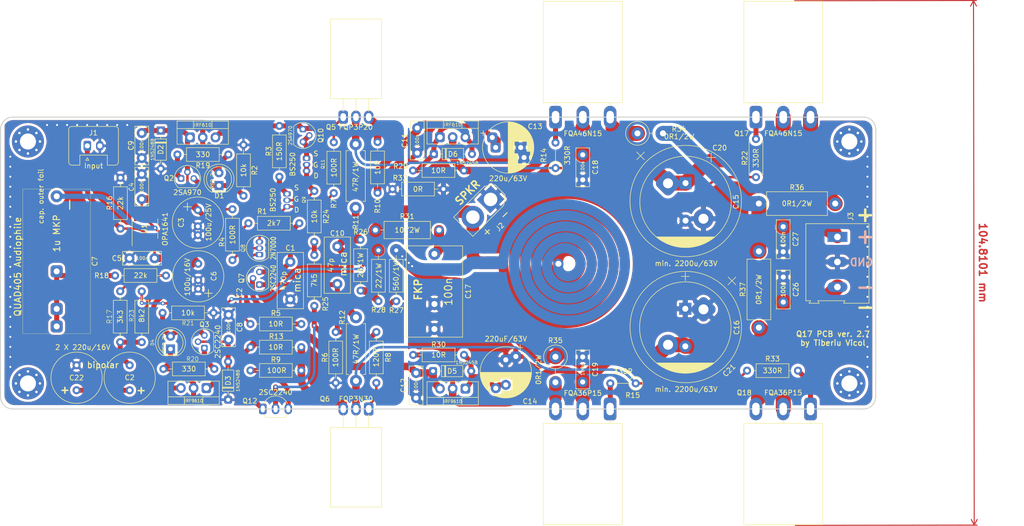
<source format=kicad_pcb>
(kicad_pcb (version 20211014) (generator pcbnew)
  (title_block (title "QUAD405 Reborn") (date "2021-04-15") (rev "17"))
  (layers (0 "F.Cu" signal) (31 "B.Cu" signal) (34 "B.Paste" user) (35 "F.Paste" user) (36 "B.SilkS" user "B.Silkscreen") (37 "F.SilkS" user "F.Silkscreen") (38 "B.Mask" user) (39 "F.Mask" user) (44 "Edge.Cuts" user))
  (net 0 "")
  (net 1 "GND")
  (net 2 "Net-(C1-Pad1)")
  (net 3 "Net-(C2-Pad1)")
  (net 4 "Net-(C3-Pad1)")
  (net 5 "Net-(C5-Pad2)")
  (net 6 "Net-(C16-Pad2)")
  (net 7 "Net-(C7-Pad2)")
  (net 8 "Net-(C8-Pad2)")
  (net 9 "Net-(C9-Pad2)")
  (net 10 "Net-(C10-Pad2)")
  (net 11 "Net-(C10-Pad1)")
  (net 12 "Net-(C11-Pad2)")
  (net 13 "GNDPWR")
  (net 14 "Net-(C12-Pad2)")
  (net 15 "Net-(C13-Pad1)")
  (net 16 "Net-(C14-Pad2)")
  (net 17 "Net-(C15-Pad1)")
  (net 18 "Net-(R17-Pad2)")
  (net 19 "Net-(C17-Pad1)")
  (net 20 "Net-(D1-Pad1)")
  (net 21 "Net-(D4-Pad2)")
  (net 22 "Net-(L1-Pad2)")
  (net 23 "Net-(J2-Pad2)")
  (net 24 "Net-(Q2-Pad1)")
  (net 25 "Net-(Q3-Pad1)")
  (net 26 "Net-(Q8-Pad2)")
  (net 27 "Net-(Q5-Pad3)")
  (net 28 "Net-(Q5-Pad2)")
  (net 29 "Net-(Q5-Pad1)")
  (net 30 "Net-(Q6-Pad3)")
  (net 31 "Net-(Q6-Pad2)")
  (net 32 "Net-(Q6-Pad1)")
  (net 33 "Net-(Q15-Pad1)")
  (net 34 "Net-(Q16-Pad1)")
  (net 35 "Net-(C7-Pad1)")
  (net 36 "Net-(J1-Pad2)")
  (net 37 "Net-(R24-Pad2)")
  (net 38 "Net-(R26-Pad2)")
  (net 39 "Net-(Q8-Pad1)")
  (net 40 "Net-(Q7-Pad2)")
  (net 41 "Net-(Q10-Pad2)")
  (net 42 "Net-(Q12-Pad2)")
  (net 43 "Net-(Q12-Pad3)")
  (net 44 "Net-(Q8-Pad3)")
  (net 45 "Net-(Q11-Pad2)")
  (net 46 "Net-(Q9-Pad1)")
  (net 47 "Net-(Q15-Pad3)")
  (net 48 "Net-(Q16-Pad3)")
  (net 49 "Net-(Q17-Pad1)")
  (net 50 "Net-(Q17-Pad3)")
  (net 51 "Net-(Q18-Pad1)")
  (net 52 "Net-(Q18-Pad3)")
  (net 53 "Net-(C2-Pad2)")
  (footprint "Resistor_THT:R_Axial_DIN0411_L9.9mm_D3.6mm_P12.70mm_Horizontal" (layer "F.Cu") (at 121.057419 101.099502 -90)
    (fp_text reference "R12")
    (fp_text value "47R/1W")
  )
  (footprint "MountingHole:MountingHole_3.2mm_M3_Pad_Via" (layer "F.Cu") (at 55.581419 114.309502)
    (fp_text reference "H1" hide)
    (fp_text value "MountingHole" hide)
  )
  (footprint "MountingHole:MountingHole_3.2mm_M3_Pad_Via" (layer "F.Cu") (at 219.53576 65.979502)
    (fp_text reference "H1" hide)
    (fp_text value "MountingHole" hide)
  )
  (footprint "Resistor_THT:R_Axial_DIN0414_L11.9mm_D4.5mm_P5.08mm_Vertical" (layer "F.Cu") (at 160.872979 108.999502 -90)
    (fp_text reference "R35")
    (fp_text value "0R1/2W")
  )
  (footprint "Resistor_THT:R_Axial_DIN0207_L6.3mm_D2.5mm_P10.16mm_Horizontal" (layer "F.Cu") (at 142.597419 71.779502 180)
    (fp_text reference "R29")
    (fp_text value "10R")
  )
  (footprint "Package_TO_SOT_THT:TO-220-3_Vertical" (layer "F.Cu") (at 87.927419 65.154502)
    (fp_text reference "Q1" hide)
    (fp_text value "IRF610")
  )
  (footprint "Resistor_THT:R_Axial_DIN0207_L6.3mm_D2.5mm_P10.16mm_Horizontal" (layer "F.Cu") (at 129.097419 97.879502 90)
    (fp_text reference "R27")
    (fp_text value "560/1W")
  )
  (footprint "Capacitor_THT:C_Disc_D7.5mm_W2.5mm_P5.00mm" (layer "F.Cu") (at 78.302979 69.289502 90)
    (fp_text reference "C9")
    (fp_text value "100n")
  )
  (footprint "Resistor_THT:R_Axial_DIN0207_L6.3mm_D2.5mm_P10.16mm_Horizontal" (layer "F.Cu") (at 199.12 111.76)
    (fp_text reference "R33")
    (fp_text value "330R")
  )
  (footprint "Resistor_THT:R_Axial_DIN0207_L6.3mm_D2.5mm_P10.16mm_Horizontal" (layer "F.Cu") (at 125.117419 104.039502 -90)
    (fp_text reference "R8")
    (fp_text value "120R")
  )
  (footprint "Package_TO_SOT_THT:TO-220-3_Vertical" (layer "F.Cu") (at 142.897502 115.344502 180)
    (fp_text reference "Q14" hide)
    (fp_text value "IRF9610")
  )
  (footprint "Resistor_THT:R_Axial_DIN0207_L6.3mm_D2.5mm_P10.16mm_Horizontal" (layer "F.Cu") (at 116.627419 76.289502 90)
    (fp_text reference "R7")
    (fp_text value "100R")
  )
  (footprint "Resistor_THT:R_Axial_DIN0207_L6.3mm_D2.5mm_P10.16mm_Horizontal" (layer "F.Cu") (at 121.977419 85.609502 -90)
    (fp_text reference "R26")
    (fp_text value "22/1W")
  )
  (footprint "Resistor_THT:R_Axial_DIN0207_L6.3mm_D2.5mm_P10.16mm_Horizontal" (layer "F.Cu") (at 125.367419 76.239502 90)
    (fp_text reference "R10")
    (fp_text value "10R")
  )
  (footprint "Capacitor_THT:CP_Radial_D10.0mm_P5.00mm_P7.50mm" (layer "F.Cu") (at 148.937419 67.179502)
    (fp_text reference "C13")
    (fp_text value "220u/63V")
  )
  (footprint "Package_TO_SOT_THT:TO-220-3_Horizontal_TabDown" (layer "F.Cu") (at 118.511419 61.109502)
    (fp_text reference "Q5")
    (fp_text value "FQP3P20")
  )
  (footprint "MountingHole:MountingHole_3.2mm_M3_Pad_Via" (layer "F.Cu") (at 219.54576 114.309502)
    (fp_text reference "H1" hide)
    (fp_text value "MountingHole" hide)
  )
  (footprint "Diode_THT:D_DO-35_SOD27_P7.62mm_Horizontal" (layer "F.Cu") (at 136.442825 111.849502)
    (fp_text reference "D5")
    (fp_text value "1N5245B")
  )
  (footprint "Capacitor_THT:C_Disc_D11.0mm_W5.0mm_P7.50mm" (layer "F.Cu") (at 107.957419 90.019502 -90)
    (fp_text reference "C1")
    (fp_text value "470p")
  )
  (footprint "Package_TO_SOT_THT:TO-220-3_Vertical" (layer "F.Cu") (at 137.817419 65.114502)
    (fp_text reference "Q13" hide)
    (fp_text value "IRF610")
  )
  (footprint "Package_TO_SOT_THT:TO-92" (layer "F.Cu") (at 110.477419 63.499502 -90)
    (fp_text reference "Q10")
    (fp_text value "2SA970")
  )
  (footprint "Resistor_THT:R_Axial_DIN0207_L6.3mm_D2.5mm_P10.16mm_Horizontal" (layer "F.Cu") (at 99.99 102.44)
    (fp_text reference "R5")
    (fp_text value "10R")
  )
  (footprint "Resistor_THT:R_Axial_DIN0207_L6.3mm_D2.5mm_P10.16mm_Horizontal" (layer "F.Cu") (at 83.132979 92.759502 180)
    (fp_text reference "R18")
    (fp_text value "22k")
  )
  (footprint "Connector_AMASS:AMASS_XT30U-F_1x02_P5.0mm_Vertical" (layer "F.Cu") (at 147.917387 77.552614 -135)
    (fp_text reference "J2")
    (fp_text value "Screw_Terminal_01x02" hide)
  )
  (footprint "Resistor_THT:R_Axial_DIN0414_L11.9mm_D4.5mm_P15.24mm_Horizontal" (layer "F.Cu") (at 201.48 87.92 -90)
    (fp_text reference "R37" hide)
    (fp_text value "0R1/2W")
  )
  (footprint "Resistor_THT:R_Axial_DIN0207_L6.3mm_D2.5mm_P10.16mm_Horizontal" (layer "F.Cu") (at 112.737419 75.869502 -90)
    (fp_text reference "R24")
    (fp_text value "10k")
  )
  (footprint "Diode_THT:D_DO-35_SOD27_P7.62mm_Horizontal" (layer "F.Cu") (at 136.597419 68.489502)
    (fp_text reference "D6")
    (fp_text value "1N5245B")
  )
  (footprint "Resistor_THT:R_Axial_DIN0207_L6.3mm_D2.5mm_P10.16mm_Horizontal" (layer "F.Cu") (at 78.3 106.069502 90)
    (fp_text reference "R23")
    (fp_text value "8k2")
  )
  (footprint "Capacitor_THT:C_Disc_D7.5mm_W2.5mm_P5.00mm" (layer "F.Cu") (at 166.322979 73.63 90)
    (fp_text reference "C18")
    (fp_text value "100n")
  )
  (footprint "Package_TO_SOT_THT:TO-92L_Inline_Wide" (layer "F.Cu") (at 102.47 119.41)
    (fp_text reference "Q12")
    (fp_text value "2SC2240")
  )
  (footprint "Resistor_THT:R_Axial_DIN0207_L6.3mm_D2.5mm_P10.16mm_Horizontal" (layer "F.Cu") (at 110.15 107.07 180)
    (fp_text reference "R13")
    (fp_text value "10R")
  )
  (footprint "Resistor_THT:R_Axial_DIN0207_L6.3mm_D2.5mm_P10.16mm_Horizontal" (layer "F.Cu") (at 74 106.059502 90)
    (fp_text reference "R17")
    (fp_text value "3k3")
  )
  (footprint "Capacitor_THT:C_Disc_D7.5mm_W2.5mm_P5.00mm" (layer "F.Cu") (at 133.287419 68.279502 90)
    (fp_text reference "C11")
    (fp_text value "100n")
  )
  (footprint "L:L_new" (layer "F.Cu") (at 162.827419 90.400002 180)
    (fp_text reference "L1" hide)
    (fp_text value "1u2" hide)
  )
  (footprint "LED_THT:LED_D5.0mm_Clear" (layer "F.Cu") (at 93.717419 74.779502 90)
    (fp_text reference "D1")
    (fp_text value "RED 2V")
  )
  (footprint "Resistor_THT:R_Axial_DIN0207_L6.3mm_D2.5mm_P10.16mm_Horizontal" (layer "F.Cu") (at 112.737419 88.659502 -90)
    (fp_text reference "R25")
    (fp_text value "7k5")
  )
  (footprint "Package_TO_SOT_THT:TO-92L_Inline" (layer "F.Cu") (at 111.197419 69.329502 -90)
    (fp_text reference "Q11")
    (fp_text value "BS250")
  )
  (footprint "Resistor_THT:R_Axial_DIN0207_L6.3mm_D2.5mm_P10.16mm_Horizontal" (layer "F.Cu") (at 82.459856 100.219502)
    (fp_text reference "R21")
    (fp_text value "10k")
  )
  (footprint "MountingHole:MountingHole_3.2mm_M3_Pad_Via" (layer "F.Cu") (at 55.581419 65.979502)
    (fp_text reference "H1" hide)
    (fp_text value "MountingHole" hide)
  )
  (footprint "Capacitor_THT:C_Radial_D10.0mm_H12.5mm_P5.00mm" (layer "F.Cu") (at 75.887419 110.679502 -90)
    (fp_text reference "C2")
    (fp_text value "220uF/16V" hide)
  )
  (footprint "Diode_THT:D_DO-35_SOD27_P7.62mm_Horizontal" (layer "F.Cu") (at 95.537419 117.569502 90)
    (fp_text reference "D3")
    (fp_text value "1N5248B")
  )
  (footprint "Resistor_THT:R_Axial_DIN0207_L6.3mm_D2.5mm_P5.08mm_Vertical" (layer "F.Cu") (at 160.892979 71.284502 90)
    (fp_text reference "R14")
    (fp_text value "330R")
  )
  (footprint "Package_TO_SOT_THT:TO-92L_Inline" (layer "F.Cu") (at 107.287419 76.439502 -90)
    (fp_text reference "Q9")
    (fp_text value "BS250")
  )
  (footprint "Package_TO_SOT_THT:TO-92" (layer "F.Cu") (at 86.147419 73.359502)
    (fp_text reference "Q2")
    (fp_text value "2SA970")
  )
  (footprint "Capacitor_THT:CP_Radial_D18.0mm_P7.50mm" (layer "F.Cu") (at 186.792979 99.396188 -90)
    (fp_text reference "C16")
    (fp_text value "2200uF/63V" hide)
  )
  (footprint "Capacitor_THT:CP_Radial_D22.0mm_P10.00mm_SnapIn" (layer "F.Cu") (at 183.342979 74.337925 -45)
    (fp_text reference "C20")
    (fp_text value "min. 2200u/63V")
  )
  (footprint "Capacitor_THT:CP_Axial_L20.0mm_D13.0mm_P26.00mm_Horizontal" (layer "F.Cu") (at 61.32 76.92 -90)
    (fp_text reference "C7")
    (fp_text value "1u MKP")
  )
  (footprint "Package_TO_SOT_THT:TO-220-3_Horizontal_TabDown" (layer "F.Cu") (at 123.597419 119.414502 180)
    (fp_text reference "Q6")
    (fp_text value "FQP3N30")
  )
  (footprint "Capacitor_THT:C_Disc_D11.0mm_W5.0mm_P7.50mm" (layer "F.Cu") (at 117.337419 86.939502 -90)
    (fp_text reference "C10")
    (fp_text value "47p")
  )
  (footprint "Resistor_THT:R_Axial_DIN0207_L6.3mm_D2.5mm_P10.16mm_Horizontal" (layer "F.Cu") (at 98.607419 76.819502 90)
    (fp_text reference "R2")
    (fp_text value "10k")
  )
  (footprint "" (layer "F.Cu") (at 61.32 99.42)
    (fp_text reference "")
    (fp_text value "")
  )
  (footprint "Package_TO_SOT_THT:TO-92" (layer "F.Cu") (at 101.779919 94.579502 90)
    (fp_text reference "Q7")
    (fp_text value "2SC2240")
  )
  (footprint "Package_TO_SOT_THT:TO-92" (layer "F.Cu") (at 90.799919 107.249502 90)
    (fp_text reference "Q3")
    (fp_text value "2SC2240")
  )
  (footprint "Resistor_THT:R_Axial_DIN0207_L6.3mm_D2.5mm_P10.16mm_Horizontal" (layer "F.Cu") (at 99.99 111.72)
    (fp_text reference "R9")
    (fp_text value "100R")
  )
  (footprint "Capacitor_THT:C_Rect_L18.0mm_W11.0mm_P15.00mm_FKS3_FKP3" (layer "F.Cu") (at 136.717419 88.449502 -90)
    (fp_text reference "C17")
    (fp_text value "100n")
  )
  (footprint "Resistor_THT:R_Axial_DIN0207_L6.3mm_D2.5mm_P10.16mm_Horizontal" (layer "F.Cu") (at 125.537419 97.879502 90)
    (fp_text reference "R28")
    (fp_text value "22/1W")
  )
  (footprint "Package_SO:SOIC-8_3.9x4.9mm_P1.27mm" (layer "F.Cu") (at 78.941419 83.389502 90)
    (fp_text reference "U1")
    (fp_text value "OPA1641")
  )
  (footprint "Resistor_THT:R_Axial_DIN0207_L6.3mm_D2.5mm_P10.16mm_Horizontal" (layer "F.Cu") (at 96.402979 79.519502 -90)
    (fp_text reference "R4")
    (fp_text value "100R")
  )
  (footprint "Resistor_THT:R_Axial_DIN0207_L6.3mm_D2.5mm_P5.08mm_Vertical" (layer "F.Cu") (at 176.9 114.3 180)
    (fp_text reference "R15")
    (fp_text value "330R")
  )
  (footprint "TerminalBlock:TerminalBlock_Altech_AK300-3_P5.00mm" (layer "F.Cu") (at 217.15576 85.044502 -90)
    (fp_text reference "J3")
    (fp_text value "Screw_Terminal_01x03" hide)
  )
  (footprint "Resistor_THT:R_Axial_DIN0414_L11.9mm_D4.5mm_P15.24mm_Horizontal" (layer "F.Cu") (at 216.71 78.38 180)
    (fp_text reference "R36" hide)
    (fp_text value "0R1/2W")
  )
  (footprint "Package_TO_SOT_THT:TO-220-3_Vertical" (layer "F.Cu") (at 91.189856 115.234502 180)
    (fp_text reference "Q4" hide)
    (fp_text value "IRF9610")
  )
  (footprint "Resistor_THT:R_Axial_DIN0207_L6.3mm_D2.5mm_P10.16mm_Horizontal" (layer "F.Cu") (at 82.617419 111.419502)
    (fp_text reference "R20")
    (fp_text value "330")
  )
  (footprint "Package_TO_SOT_THT:TO-3P-3_Horizontal_TabDown" (layer "F.Cu") (at 160.892979 61.109502)
    (fp_text reference "Q15" hide)
    (fp_text value "FQA46N15")
  )
  (footprint "Capacitor_THT:C_Radial_D10.0mm_H12.5mm_P5.00mm" (layer "F.Cu") (at 89.562979 95.409502 90)
    (fp_text reference "C6")
    (fp_text value "100u/16V")
  )
  (footprint "Capacitor_THT:C_Disc_D7.5mm_W2.5mm_P5.00mm" (layer "F.Cu") (at 78.302979 72.479502 -90)
    (fp_text reference "C4")
    (fp_text value "100n")
  )
  (footprint "Resistor_THT:R_Axial_DIN0207_L6.3mm_D2.5mm_P7.62mm_Horizontal" (layer "F.Cu") (at 200.9 73.1 90)
    (fp_text reference "R22" hide)
    (fp_text value "330R")
  )
  (footprint "Package_TO_SOT_THT:TO-3P-3_Horizontal_TabDown" (layer "F.Cu") (at 200.892979 61.109502)
    (fp_text reference "Q17")
    (fp_text value "FQA46N15")
  )
  (footprint "Resistor_THT:R_Axial_DIN0411_L9.9mm_D3.6mm_P12.70mm_Horizontal" (layer "F.Cu") (at 120.997419 66.519502 -90)
    (fp_text reference "R11")
    (fp_text value "47R/1W")
  )
  (footprint "Connector_Stocko:Stocko_MKS_1651-6-0-202_1x2_P2.50mm_Vertical" (layer "F.Cu") (at 67.432979 66.839502)
    (fp_text reference "J1")
    (fp_text value "Input")
  )
  (footprint "Resistor_THT:R_Axial_DIN0207_L6.3mm_D2.5mm_P10.16mm_Horizontal" (layer "F.Cu") (at 117.017419 104.039502 -90)
    (fp_text reference "R6")
    (fp_text value "100R")
  )
  (footprint "Resistor_THT:R_Axial_DIN0309_L9.0mm_D3.2mm_P12.70mm_Horizontal" (layer "F.Cu") (at 124.937419 83.669502)
    (fp_text reference "R31")
    (fp_text value "10/2W")
  )
  (footprint "Resistor_THT:R_Axial_DIN0414_L11.9mm_D4.5mm_P5.08mm_Vertical" (layer "F.Cu") (at 177.245 64.35)
    (fp_text reference "R34")
    (fp_text value "0R1/2W")
  )
  (footprint "Capacitor_THT:C_Disc_D7.5mm_W2.5mm_P5.00mm" (layer "F.Cu") (at 95.627419 100.579502 -90)
    (fp_text reference "C8")
    (fp_text value "100n")
  )
  (footprint "Capacitor_THT:CP_Radial_D22.0mm_P10.00mm_SnapIn" (layer "F.Cu") (at 190.422979 99.513968 -135)
    (fp_text reference "C21")
    (fp_text value "min. 2200u/63V")
  )
  (footprint "Capacitor_THT:C_Disc_D7.5mm_W2.5mm_P5.00mm" (layer "F.Cu") (at 133.050127 117.229502 90)
    (fp_text reference "C12")
    (fp_text value "100n")
  )
  (footprint "Capacitor_THT:C_Disc_D7.5mm_W2.5mm_P5.00mm" (layer "F.Cu") (at 166.312979 114.029502 90)
    (fp_text reference "C19")
    (fp_text value "100n")
  )
  (footprint "Capacitor_THT:C_Disc_D7.5mm_W2.5mm_P5.00mm" (layer "F.Cu") (at 75.857419 89.309502)
    (fp_text reference "C5")
    (fp_text value "100n")
  )
  (footprint "Package_TO_SOT_THT:TO-92_Inline" (layer "F.Cu") (at 101.787419 88.569502 90)
    (fp_text reference "Q8")
    (fp_text value "2N7000")
  )
  (footprint "Resistor_THT:R_Axial_DIN0207_L6.3mm_D2.5mm_P10.16mm_Horizontal" (layer "F.Cu") (at 142.627419 108.619502 180)
    (fp_text reference "R30")
    (fp_text value "10R")
  )
  (footprint "Resistor_THT:R_Axial_DIN0207_L6.3mm_D2.5mm_P10.16mm_Horizontal" (layer "F.Cu") (at 128.357419 75.479502)
    (fp_text reference "R32")
    (fp_text value "0R")
  )
  (footprint "Capacitor_THT:C_Disc_D7.5mm_W2.5mm_P5.00mm" (layer "F.Cu") (at 206.332979 88 90)
    (fp_text reference "C27" hide)
    (fp_text value "100n")
  )
  (footprint "Resistor_THT:R_Axial_DIN0207_L6.3mm_D2.5mm_P10.16mm_Horizontal" (layer "F.Cu") (at 99.587419 82.309502)
    (fp_text reference "R1")
    (fp_text value "2k7")
  )
  (footprint "Capacitor_THT:CP_Radial_D10.0mm_P5.00mm_P7.50mm" (layer "F.Cu") (at 150.96 109.6 -90)
    (fp_text reference "C14")
    (fp_text value "220uF/63V")
  )
  (footprint "Capacitor_THT:C_Radial_D10.0mm_H12.5mm_P5.00mm" (layer "F.Cu") (at 65.29 110.68 -90)
    (fp_text reference "C22")
    (fp_text value "2 X 220u/16V")
  )
  (footprint "LED_THT:LED_D5.0mm_Clear" (layer "F.Cu") (at 84.039856 107.439502 90)
    (fp_text reference "D4")
    (fp_text value "RED 2V")
  )
  (footprint "Capacitor_THT:CP_Radial_D18.0mm_P7.50mm" (layer "F.Cu") (at 186.842979 74.287925 -90)
    (fp_text reference "C15")
    (fp_text value "2200uF/63V" hide)
  )
  (footprint "" (layer "F.Cu") (at 61.32 91.92)
    (fp_text reference "")
    (fp_text value "")
  )
  (footprint "Diode_THT:D_DO-35_SOD27_P7.62mm_Horizontal" (layer "F.Cu") (at 82.097419 63.789502 -90)
    (fp_text reference "D2")
    (fp_text value "1N5248B")
  )
  (footprint "Capacitor_THT:C_Radial_D10.0mm_H12.5mm_P5.00mm" (layer "F.Cu") (at 89.502979 79.679502 -90)
    (fp_text reference "C3")
    (fp_text value "100u/25V")
  )
  (footprint "Resistor_THT:R_Axial_DIN0207_L6.3mm_D2.5mm_P10.16mm_Horizontal" (layer "F.Cu") (at 95.577419 68.579502 180)
    (fp_text reference "R19")
    (fp_text value "330")
  )
  (footprint "Package_TO_SOT_THT:TO-3P-3_Horizontal_TabDown" (layer "F.Cu") (at 211.782979 119.419502 180)
    (fp_text reference "Q18")
    (fp_text value "FQA36P15")
  )
  (footprint "Capacitor_THT:C_Disc_D7.5mm_W2.5mm_P5.00mm" (layer "F.Cu") (at 206.352979 98.06 90)
    (fp_text reference "C26")
    (fp_text value "100n")
  )
  (footprint "Resistor_THT:R_Axial_DIN0207_L6.3mm_D2.5mm_P10.16mm_Horizontal" (layer "F.Cu") (at 105.767419 62.862002 -90)
    (fp_text reference "R3")
    (fp_text value "150R")
  )
  (footprint "Package_TO_SOT_THT:TO-3P-3_Horizontal_TabDown" (layer "F.Cu") (at 171.782979 119.419502 180)
    (fp_text reference "Q16" hide)
    (fp_text value "FQA36P15")
  )
  (footprint "Resistor_THT:R_Axial_DIN0207_L6.3mm_D2.5mm_P10.16mm_Horizontal" (layer "F.Cu") (at 74.047419 73.219502 -90)
    (fp_text reference "R16")
    (fp_text value "22k")
  )
  (gr_line (start 52.567419 61.109502) (end 222.362979 61.109502) (layer "Edge.Cuts") (width 0.2))
  (gr_arc (start 222.362979 61.109502) (mid 224.09539 61.82709) (end 224.812978 63.559501) (layer "Edge.Cuts") (width 0.2))
  (gr_line (start 224.812979 63.559502) (end 224.800567 116.967091) (layer "Edge.Cuts") (width 0.2))
  (gr_line (start 52.555007 119.417091) (end 222.350568 119.41709) (layer "Edge.Cuts") (width 0.2))
  (gr_arc (start 52.555007 119.417091) (mid 50.822595 118.699503) (end 50.105007 116.967091) (layer "Edge.Cuts") (width 0.2))
  (gr_line (start 50.117419 63.559502) (end 50.105007 116.967091) (layer "Edge.Cuts") (width 0.2))
  (gr_arc (start 224.800567 116.967091) (mid 224.082979 118.699502) (end 222.350568 119.41709) (layer "Edge.Cuts") (width 0.2))
  (gr_arc (start 50.117419 63.559502) (mid 50.835007 61.827091) (end 52.567418 61.109503) (layer "Edge.Cuts") (width 0.2))
  (gr_text "GND" (at 221.95 90.12) (layer "B.SilkS") (effects (font (size 1.5 1.5) (thickness 0.3)) (justify mirror)))
  (gr_text "-" (at 222.71 94.969502) (layer "B.SilkS") (effects (font (size 3 3) (thickness 0.5))))
  (gr_text "+" (at 222.71 84.869502) (layer "B.SilkS") (effects (font (size 3 3) (thickness 0.5))))
  (gr_text "QUAD405 Audiophile" (at 53.55 90.989502 90) (layer "F.SilkS") (effects (font (size 1.3 1.3) (thickness 0.2))))
  (gr_text "+" (at 78.19 115.64) (layer "F.SilkS") (effects (font (size 1.5 1.5) (thickness 0.3))))
  (gr_text "mica" (at 118.49 90.45 90) (layer "F.SilkS") (effects (font (size 1.4 1.4) (thickness 0.2))))
  (gr_text "FKP" (at 133.48 95.55 90) (layer "F.SilkS") (effects (font (size 1.5 1.5) (thickness 0.3))))
  (gr_text "bipolar" (at 70.53 110.64) (layer "F.SilkS") (effects (font (size 1.2 1.2) (thickness 0.2))))
  (gr_text "G" (at 109.147419 77.489502) (layer "F.SilkS") (effects (font (size 1 1))))
  (gr_text "D" (at 113.097419 72.819502) (layer "F.SilkS") (effects (font (size 1 1))))
  (gr_text "S" (at 113.057419 68.409502) (layer "F.SilkS") (effects (font (size 1 1))))
  (gr_text "G" (at 113.017419 70.669502) (layer "F.SilkS") (effects (font (size 1 1))))
  (gr_text "-" (at 222.71 98.97) (layer "F.SilkS") (effects (font (size 3 3) (thickness 0.5))))
  (gr_text "+" (at 62.96 115.58) (layer "F.SilkS") (effects (font (size 1.5 1.5) (thickness 0.3))))
  (gr_text "mica" (at 109.3 93.66 90) (layer "F.SilkS") (effects (font (size 1.4 1.4) (thickness 0.2))))
  (gr_text "Q17 PCB ver. 2.7\nby Tiberiu Vicol" (at 216.26 105.33) (layer "F.SilkS") (effects (font (size 1.1 1.1) (thickness 0.2))))
  (gr_text "+" (at 222.71 80.49) (layer "F.SilkS") (effects (font (size 3 3) (thickness 0.5))))
  (gr_text "S" (at 109.187419 75.229502) (layer "F.SilkS") (effects (font (size 1 1))))
  (gr_text "SPKR" (at 143.34 76.19 45) (layer "F.SilkS") (effects (font (size 1.5 1.5) (thickness 0.3))))
  (gr_text "D" (at 109.217419 79.639502) (layer "F.SilkS") (effects (font (size 1 1))))
  (dimension (type aligned) (layer "F.Cu") (pts (xy 208.11 37.86) (xy 208.26 142.67)) (height -36.20959) (gr_text "104.8101 mm" (at 246.194551 90.210602 270.0819994) (layer "F.Cu") (effects (font (size 1.5 1.5) (thickness 0.3)))) (format (units 3) (units_format 1) (precision 4)) (style (thickness 0.2) (arrow_length 1.27) (text_position_mode 0) (extension_height 0.58642) (extension_offset 0.5) keep_text_aligned))
  (via (at 52.06 101.01) (size 0.8) (drill 0.4) (layers "F.Cu" "B.Cu") (net 1))
  (via (at 67.4 62.68) (size 0.8) (drill 0.4) (layers "F.Cu" "B.Cu") (net 1))
  (via (at 52.06 107.01) (size 0.8) (drill 0.4) (layers "F.Cu" "B.Cu") (net 1))
  (via (at 52.06 69.01) (size 0.8) (drill 0.4) (layers "F.Cu" "B.Cu") (net 1))
  (via (at 69.4 62.68) (size 0.8) (drill 0.4) (layers "F.Cu" "B.Cu") (net 1))
  (via (at 52.06 105.01) (size 0.8) (drill 0.4) (layers "F.Cu" "B.Cu") (net 1))
  (via (at 52.06 97.01) (size 0.8) (drill 0.4) (layers "F.Cu" "B.Cu") (net 1))
  (via (at 59.4 62.68) (size 0.8) (drill 0.4) (layers "F.Cu" "B.Cu") (net 1))
  (via (at 52.06 77.01) (size 0.8) (drill 0.4) (layers "F.Cu" "B.Cu") (net 1))
  (via (at 63.4 62.68) (size 0.8) (drill 0.4) (layers "F.Cu" "B.Cu") (net 1))
  (via (at 52.06 71.01) (size 0.8) (drill 0.4) (layers "F.Cu" "B.Cu") (net 1))
  (via (at 52.06 109.01) (size 0.8) (drill 0.4) (layers "F.Cu" "B.Cu") (net 1))
  (via (at 52.06 103.01) (size 0.8) (drill 0.4) (layers "F.Cu" "B.Cu") (net 1))
  (via (at 52.06 111.01) (size 0.8) (drill 0.4) (layers "F.Cu" "B.Cu") (net 1))
  (via (at 52.06 85.01) (size 0.8) (drill 0.4) (layers "F.Cu" "B.Cu") (net 1))
  (via (at 52.06 89.01) (size 0.8) (drill 0.4) (layers "F.Cu" "B.Cu") (net 1))
  (via (at 61.4 62.68) (size 0.8) (drill 0.4) (layers "F.Cu" "B.Cu") (net 1))
  (via (at 52.06 91.01) (size 0.8) (drill 0.4) (layers "F.Cu" "B.Cu") (net 1))
  (via (at 52.06 87.01) (size 0.8) (drill 0.4) (layers "F.Cu" "B.Cu") (net 1))
  (via (at 52.06 75.01) (size 0.8) (drill 0.4) (layers "F.Cu" "B.Cu") (net 1))
  (via (at 52.06 79.01) (size 0.8) (drill 0.4) (layers "F.Cu" "B.Cu") (net 1))
  (via (at 52.06 73.01) (size 0.8) (drill 0.4) (layers "F.Cu" "B.Cu") (net 1))
  (via (at 65.4 62.68) (size 0.8) (drill 0.4) (layers "F.Cu" "B.Cu") (net 1))
  (via (at 73.4 62.68) (size 0.8) (drill 0.4) (layers "F.Cu" "B.Cu") (net 1))
  (via (at 52.06 99.01) (size 0.8) (drill 0.4) (layers "F.Cu" "B.Cu") (net 1))
  (via (at 52.06 83.01) (size 0.8) (drill 0.4) (layers "F.Cu" "B.Cu") (net 1))
  (via (at 71.4 62.68) (size 0.8) (drill 0.4) (layers "F.Cu" "B.Cu") (net 1))
  (via (at 52.06 95.01) (size 0.8) (drill 0.4) (layers "F.Cu" "B.Cu") (net 1))
  (via (at 52.06 81.01) (size 0.8) (drill 0.4) (layers "F.Cu" "B.Cu") (net 1))
  (via (at 75.4 62.68) (size 0.8) (drill 0.4) (layers "F.Cu" "B.Cu") (net 1))
  (via (at 52.06 93.01) (size 0.8) (drill 0.4) (layers "F.Cu" "B.Cu") (net 1))
  (segment (start 108.836099 83.220822) (end 109.747419 82.309502) (width 1) (layer "F.Cu") (net 2))
  (segment (start 101.779919 92.039502) (end 104.694778 92.039502) (width 1) (layer "F.Cu") (net 2))
  (segment (start 106.816099 91.160822) (end 107.957419 90.019502) (width 1) (layer "F.Cu") (net 2))
  (segment (start 107.957419 90.019502) (end 107.957419 85.342143) (width 1) (layer "F.Cu") (net 2))
  (arc (start 104.694778 92.039502) (mid 105.842829 91.81114) (end 106.816099 91.160822) (width 1) (layer "F.Cu") (net 2))
  (arc (start 108.836099 83.220822) (mid 108.18578 84.194092) (end 107.957419 85.342143) (width 1) (layer "F.Cu") (net 2))
  (segment (start 78.3 106.069502) (end 74.01 106.069502) (width 1) (layer "F.Cu") (net 3))
  (segment (start 74 106.059502) (end 74 107.963656) (width 1) (layer "F.Cu") (net 3))
  (segment (start 74.01 106.069502) (end 74 106.059502) (width 1) (layer "F.Cu") (net 3))
  (segment (start 74.585787 109.37787) (end 75.887419 110.679502) (width 1) (layer "F.Cu") (net 3))
  (arc (start 74.585787 109.37787) (mid 74.152241 108.729023) (end 74 107.963656) (width 1) (layer "F.Cu") (net 3))
  (segment (start 93.007419 65.154502) (end 93.832419 64.329502) (width 1) (layer "F.Cu") (net 4))
  (segment (start 93.832419 64.329502) (end 98.524778 64.329502) (width 1) (layer "F.Cu") (net 4))
  (segment (start 91.044299 81.220822) (end 89.502979 79.679502) (width 1) (layer "F.Cu") (net 4))
  (segment (start 100.83874 77.928181) (end 97.546098 81.220823) (width 1) (layer "F.Cu") (net 4))
  (segment (start 78.302979 80.911062) (end 78.306419 80.914502) (width 0.5) (layer "F.Cu") (net 4))
  (segment (start 78.302979 77.479502) (end 86.060338 77.479502) (width 1.5) (layer "F.Cu") (net 4))
  (segment (start 100.646098 65.208181) (end 100.838739 65.400822) (width 1) (layer "F.Cu") (net 4))
  (segment (start 78.302979 77.479502) (end 78.302979 80.911062) (width 0.5) (layer "F.Cu") (net 4))
  (segment (start 95.424778 82.099502) (end 93.16562 82.099502) (width 1) (layer "F.Cu") (net 4))
  (segment (start 101.717419 67.522143) (end 101.717419 75.806861) (width 1) (layer "F.Cu") (net 4))
  (segment (start 88.181659 78.358182) (end 89.502979 79.679502) (width 1.5) (layer "F.Cu") (net 4))
  (arc (start 101.717419 75.806861) (mid 101.489058 76.954911) (end 100.83874 77.928181) (width 1) (layer "F.Cu") (net 4))
  (arc (start 91.044299 81.220822) (mid 92.017569 81.871141) (end 93.16562 82.099502) (width 1) (layer "F.Cu") (net 4))
  (arc (start 98.524778 64.329502) (mid 99.672828 64.557863) (end 100.646098 65.208181) (width 1) (layer "F.Cu") (net 4))
  (arc (start 100.838739 65.400822) (mid 101.489058 66.374092) (end 101.717419 67.522143) (width 1) (layer "F.Cu") (net 4))
  (arc (start 88.181659 78.358182) (mid 87.208389 77.707863) (end 86.060338 77.479502) (width 1.5) (layer "F.Cu") (net 4))
  (arc (start 97.546098 81.220823) (mid 96.572828 81.871141) (end 95.424778 82.099502) (width 1) (layer "F.Cu") (net 4))
  (segment (start 82.413739 114.355822) (end 81.538524 113.480607) (width 1) (layer "F.Cu") (net 5))
  (segment (start 80.857419 89.309502) (end 80.857419 85.875502) (width 0.5) (layer "F.Cu") (net 5))
  (segment (start 80.659845 111.359287) (end 80.659845 99.322007) (width 1) (layer "F.Cu") (net 5))
  (segment (start 86.109856 115.234502) (end 84.53506 115.234502) (width 1) (layer "F.Cu") (net 5))
  (segment (start 88.790142 90.409502) (end 89.562979 90.409502) (width 1) (layer "F.Cu") (net 5))
  (segment (start 88.755872 89.602395) (end 89.562979 90.409502) (width 1.5) (layer "F.Cu") (net 5))
  (segment (start 80.857419 89.309502) (end 88.048765 89.309502) (width 1.5) (layer "F.Cu") (net 5))
  (segment (start 80.857419 85.875502) (end 80.846419 85.864502) (width 0.5) (layer "F.Cu") (net 5))
  (segment (start 81.212949 97.986695) (end 88.790142 90.409502) (width 1) (layer "F.Cu") (net 5))
  (segment (start 80.846419 89.298502) (end 80.857419 89.309502) (width 0.6) (layer "F.Cu") (net 5))
  (segment (start 80.659845 89.507076) (end 80.857419 89.309502) (width 1) (layer "F.Cu") (net 5))
  (arc (start 82.413739 114.355822) (mid 83.387009 115.006141) (end 84.53506 115.234502) (width 1) (layer "F.Cu") (net 5))
  (arc (start 88.755872 89.602395) (mid 88.431449 89.385622) (end 88.048765 89.309502) (width 1.5) (layer "F.Cu") (net 5))
  (arc (start 80.659845 99.322007) (mid 80.803592 98.599341) (end 81.212949 97.986695) (width 1) (layer "F.Cu") (net 5))
  (arc (start 81.538524 113.480607) (mid 80.888206 112.507337) (end 80.659845 111.359287) (width 1) (layer "F.Cu") (net 5))
  (segment (start 206.352979 98.06) (end 212.069194 98.06) (width 3) (layer "F.Cu") (net 6))
  (segment (start 181.351911 108.585036) (end 173.828513 108.585036) (width 3) (layer "F.Cu") (net 6))
  (segment (start 186.481827 106.585036) (end 186.792979 106.896188) (width 2) (layer "F.Cu") (net 6))
  (segment (start 139.478822 110.710905) (end 138.266098 109.498181) (width 1) (layer "F.Cu") (net 6))
  (segment (start 154.344466 116.715534) (end 158.055534 113.004466) (width 1.5) (layer "F.Cu") (net 6))
  (segment (start 165.287943 113.004466) (end 166.312979 114.029502) (width 1) (layer "F.Cu") (net 6))
  (segment (start 170.292979 110.049502) (end 166.312979 114.029502) (width 3) (layer "F.Cu") (net 6))
  (segment (start 136.144778 108.619502) (end 132.467419 108.619502) (width 1) (layer "F.Cu") (net 6))
  (segment (start 140.357502 115.344502) (end 140.357502 116.703288) (width 1.5) (layer "F.Cu") (net 6))
  (segment (start 141.834214 118.18) (end 150.808932 118.18) (width 1.5) (layer "F.Cu") (net 6))
  (segment (start 161.591068 111.54) (end 161.752409 111.54) (width 1) (layer "F.Cu") (net 6))
  (segment (start 140.357502 115.344502) (end 140.357502 112.832226) (width 1) (layer "F.Cu") (net 6))
  (segment (start 206.352979 98.06) (end 206.352979 119.399502) (width 3) (layer "F.Cu") (net 6))
  (segment (start 215.604728 96.595534) (end 217.15576 95.044502) (width 3) (layer "F.Cu") (net 6))
  (segment (start 201.451068 98.06) (end 206.352979 98.06) (width 3) (layer "F.Cu") (net 6))
  (segment (start 183.351911 106.585036) (end 186.481827 106.585036) (width 3) (layer "F.Cu") (net 6))
  (segment (start 140.650395 117.410395) (end 141.127107 117.887107) (width 1.5) (layer "F.Cu") (net 6))
  (segment (start 186.792979 106.896188) (end 188.472744 106.896188) (width 3) (layer "F.Cu") (net 6))
  (segment (start 192.008278 105.431722) (end 197.915534 99.524466) (width 3) (layer "F.Cu") (net 6))
  (segment (start 166.312979 114.029502) (end 166.312979 117.069502) (width 3) (layer "F.Cu") (net 6))
  (segment (start 166.312979 117.069502) (end 166.302979 117.079502) (width 1.25) (layer "F.Cu") (net 6))
  (segment (start 183.351911 106.585036) (end 181.351911 108.585036) (width 3) (layer "F.Cu") (net 6))
  (segment (start 206.352979 119.399502) (end 206.332979 119.419502) (width 2.5) (layer "F.Cu") (net 6))
  (arc (start 192.008278 105.431722) (mid 190.386161 106.515586) (end 188.472744 106.896188) (width 3) (layer "F.Cu") (net 6))
  (arc (start 140.357502 116.703288) (mid 140.433622 117.085971) (end 140.650395 117.410395) (width 1.5) (layer "F.Cu") (net 6))
  (arc (start 173.828513 108.585036) (mid 171.915096 108.965638) (end 170.292979 110.049502) (width 3) (layer "F.Cu") (net 6))
  (arc (start 136.144778 108.619502) (mid 137.292828 108.847863) (end 138.266098 109.498181) (width 1) (layer "F.Cu") (net 6))
  (arc (start 158.055534 113.004466) (mid 159.677651 111.920602) (end 161.591068 111.54) (width 1.5) (layer "F.Cu") (net 6))
  (arc (start 201.451068 98.06) (mid 199.537651 98.440602) (end 197.915534 99.524466) (width 3) (layer "F.Cu") (net 6))
  (arc (start 165.287943 113.004466) (mid 163.665826 111.920602) (end 161.752409 111.54) (width 1.5) (layer "F.Cu") (net 6))
  (arc (start 141.127107 117.887107) (mid 141.45153 118.10388) (end 141.834214 118.18) (width 1.5) (layer "F.Cu") (net 6))
  (arc (start 154.344466 116.715534) (mid 152.722349 117.799398) (end 150.808932 118.18) (width 1.5) (layer "F.Cu") (net 6))
  (arc (start 139.478822 110.710905) (mid 140.129141 111.684175) (end 140.357502 112.832226) (width 1) (layer "F.Cu") (net 6))
  (arc (start 212.069194 98.06) (mid 213.982611 97.679398) (end 215.604728 96.595534) (width 3) (layer "F.Cu") (net 6))
  (segment (start 61.32 99.42) (end 61.32 102.92) (width 1) (layer "F.Cu") (net 7))
  (segment (start 61.32 91.92) (end 61.32 99.42) (width 1) (layer "F.Cu") (net 7))
  (segment (start 61.32 91.92) (end 62.159502 92.759502) (width 1) (layer "F.Cu") (net 7))
  (segment (start 62.159502 92.759502) (end 72.972979 92.759502) (width 1) (layer "F.Cu") (net 7))
  (segment (start 95.227419 105.979502) (end 95.627419 105.579502) (width 0.5) (layer "F.Cu") (net 8))
  (segment (start 95.537419 111.323519) (end 91.626436 115.234502) (width 1) (layer "F.Cu") (net 8))
  (segment (start 95.537419 105.669502) (end 95.627419 105.579502) (width 1) (layer "F.Cu") (net 8))
  (segment (start 95.237419 105.969502) (end 95.627419 105.579502) (width 1) (layer "F.Cu") (net 8))
  (segment (start 95.537419 109.949502) (end 95.537419 111.323519) (width 1) (layer "F.Cu") (net 8))
  (segment (start 95.537419 109.949502) (end 95.537419 105.669502) (width 1) (layer "F.Cu") (net 8))
  (segment (start 89.529919 105.979502) (end 95.227419 105.979502) (width 0.5) (layer "F.Cu") (net 8))
  (segment (start 91.626436 115.234502) (end 91.189856 115.234502) (width 1) (layer "F.Cu") (net 8))
  (segment (start 87.417419 65.664502) (end 87.927419 65.154502) (width 1) (layer "F.Cu") (net 9))
  (segment (start 82.097419 63.789502) (end 78.802979 63.789502) (width 1) (layer "F.Cu") (net 9))
  (segment (start 82.097419 63.789502) (end 85.319778 63.789502) (width 1) (layer "F.Cu") (net 9))
  (segment (start 78.802979 63.789502) (end 78.302979 64.289502) (width 1) (layer "F.Cu") (net 9))
  (segment (start 87.417419 72.089502) (end 87.417419 73.786861) (width 0.5) (layer "F.Cu") (net 9))
  (segment (start 87.441099 64.668182) (end 87.927419 65.154502) (width 1) (layer "F.Cu") (net 9))
  (segment (start 87.417419 72.089502) (end 87.417419 65.664502) (width 1) (layer "F.Cu") (net 9))
  (segment (start 93.15006 79.519502) (end 96.402979 79.519502) (width 0.5) (layer "F.Cu") (net 9))
  (segment (start 88.296099 75.908182) (end 91.02874 78.640823) (width 0.5) (layer "F.Cu") (net 9))
  (arc (start 87.417419 73.786861) (mid 87.64578 74.934912) (end 88.296099 75.908182) (width 0.5) (layer "F.Cu") (net 9))
  (arc (start 93.15006 79.519502) (mid 92.00201 79.291141) (end 91.02874 78.640823) (width 0.5) (layer "F.Cu") (net 9))
  (arc (start 85.319778 63.789502) (mid 86.467829 64.017864) (end 87.441099 64.668182) (width 1) (layer "F.Cu") (net 9))
  (segment (start 128.467419 97.879502) (end 123.186098 103.160823) (width 1) (layer "F.Cu") (net 10))
  (segment (start 129.097419 97.879502) (end 128.467419 97.879502) (width 1) (layer "F.Cu") (net 10))
  (segment (start 121.064778 104.039502) (end 117.017419 104.039502) (width 1) (layer "F.Cu") (net 10))
  (segment (start 117.337419 103.719502) (end 117.017419 104.039502) (width 1) (layer "F.Cu") (net 10))
  (segment (start 101.779919 94.579502) (end 117.197419 94.579502) (width 1) (layer "F.Cu") (net 10))
  (segment (start 117.337419 94.439502) (end 117.337419 103.719502) (width 1) (layer "F.Cu") (net 10))
  (segment (start 117.197419 94.579502) (end 117.337419 94.439502) (width 1) (layer "F.Cu") (net 10))
  (arc (start 121.064778 104.039502) (mid 122.212828 103.811141) (end 123.186098 103.160823) (width 1) (layer "F.Cu") (net 10))
  (segment (start 120.997419 84.215288) (end 120.997419 79.219502) (width 1.5) (layer "F.Cu") (net 11))
  (segment (start 120.997419 82.141502) (end 120.997419 79.219502) (width 1.5) (layer "F.Cu") (net 11))
  (segment (start 119.857419 99.899502) (end 119.857419 90.702143) (width 1.5) (layer "F.Cu") (net 11))
  (segment (start 118.374526 85.902395) (end 117.337419 86.939502) (width 1.5) (layer "F.Cu") (net 11))
  (segment (start 121.977419 85.609502) (end 119.081633 85.609502) (width 1.5) (layer "F.Cu") (net 11))
  (segment (start 121.977419 85.609502) (end 121.290312 84.922395) (width 1.5) (layer "F.Cu") (net 11))
  (segment (start 118.978739 88.580822) (end 117.337419 86.939502) (width 1.5) (layer "F.Cu") (net 11))
  (segment (start 121.057419 101.099502) (end 119.857419 99.899502) (width 1.5) (layer "F.Cu") (net 11))
  (arc (start 119.857419 90.702143) (mid 119.629057 89.554092) (end 118.978739 88.580822) (width 1.5) (layer "F.Cu") (net 11))
  (arc (start 121.290312 84.922395) (mid 121.073539 84.597972) (end 120.997419 84.215288) (width 1.5) (layer "F.Cu") (net 11))
  (arc (start 118.374526 85.902395) (mid 118.698949 85.685622) (end 119.081633 85.609502) (width 1.5) (layer "F.Cu") (net 11))
  (segment (start 91.529133 62.862002) (end 105.767419 62.862002) (width 1) (layer "F.Cu") (net 12))
  (segment (start 143.338739 65.555822) (end 142.897419 65.114502) (width 1) (layer "F.Cu") (net 12))
  (segment (start 93.717419 72.239502) (end 93.717419 71.682143) (width 1) (layer "F.Cu") (net 12))
  (segment (start 110.477419 63.499502) (end 110.60693 63.369991) (width 1) (layer "F.Cu") (net 12))
  (segment (start 90.467419 65.154502) (end 90.467419 64.885722) (width 1) (layer "F.Cu") (net 12))
  (segment (start 90.760312 63.216609) (end 90.822026 63.154895) (width 1) (layer "F.Cu") (net 12))
  (segment (start 118.605846 71.335288) (end 120.980564 71.335288) (width 1) (layer "F.Cu") (net 12))
  (segment (start 110.60693 63.369991) (end 112.563694 63.369991) (width 1) (layer "F.Cu") (net 12))
  (segment (start 114.047419 65.267929) (end 114.047419 66.776861) (width 1) (layer "F.Cu") (net 12))
  (segment (start 91.346099 69.868182) (end 93.717419 72.239502) (width 1) (layer "F.Cu") (net 12))
  (segment (start 125.367419 76.239502) (end 125.367419 74.479502) (width 1.5) (layer "F.Cu") (net 12))
  (segment (start 114.926099 68.898182) (end 116.484526 70.456609) (width 1) (layer "F.Cu") (net 12))
  (segment (start 109.839919 62.862002) (end 110.477419 63.499502) (width 1) (layer "F.Cu") (net 12))
  (segment (start 125.367419 73.02616) (end 125.347419 73.00616) (width 1) (layer "F.Cu") (net 12))
  (segment (start 90.467419 65.154502) (end 90.467419 67.746861) (width 1) (layer "F.Cu") (net 12))
  (segment (start 123.101885 72.213968) (end 125.367419 74.479502) (width 1) (layer "F.Cu") (net 12))
  (segment (start 133.287419 63.823519) (end 126.226098 70.88484) (width 1.5) (layer "F.Cu") (net 12))
  (segment (start 144.217419 68.489502) (end 144.217419 67.677143) (width 1) (layer "F.Cu") (net 12))
  (segment (start 133.287419 63.279502) (end 133.287419 63.823519) (width 1.5) (layer "F.Cu") (net 12))
  (segment (start 94.596099 69.560822) (end 95.577419 68.579502) (width 1) (layer "F.Cu") (net 12))
  (segment (start 90.467419 65.154502) (end 90.467419 63.923716) (width 1) (layer "F.Cu") (net 12))
  (segment (start 105.767419 62.862002) (end 109.839919 62.862002) (width 1) (layer "F.Cu") (net 12))
  (segment (start 125.367419 74.479502) (end 125.367419 73.02616) (width 1.5) (layer "F.Cu") (net 12))
  (segment (start 113.270801 63.662884) (end 113.461632 63.853715) (width 1) (layer "F.Cu") (net 12))
  (arc (start 113.461632 63.853715) (mid 113.895178 64.502562) (end 114.047419 65.267929) (width 1) (layer "F.Cu") (net 12))
  (arc (start 91.529133 62.862002) (mid 91.14645 62.938122) (end 90.822026 63.154895) (width 1) (layer "F.Cu") (net 12))
  (arc (start 120.980564 71.335288) (mid 122.128615 71.56365) (end 123.101885 72.213968) (width 1) (layer "F.Cu") (net 12))
  (arc (start 143.338739 65.555822) (mid 143.989058 66.529092) (end 144.217419 67.677143) (width 1) (layer "F.Cu") (net 12))
  (arc (start 126.226098 70.88484) (mid 125.57578 71.85811) (end 125.347419 73.00616) (width 1.5) (layer "F.Cu") (net 12))
  (arc (start 93.717419 71.682143) (mid 93.945781 70.534092) (end 94.596099 69.560822) (width 1) (layer "F.Cu") (net 12))
  (arc (start 114.926099 68.898182) (mid 114.27578 67.924912) (end 114.047419 66.776861) (width 1) (layer "F.Cu") (net 12))
  (arc (start 90.760312 63.216609) (mid 90.543539 63.541032) (end 90.467419 63.923716) (width 1) (layer "F.Cu") (net 12))
  (arc (start 91.346099 69.868182) (mid 90.69578 68.894912) (end 90.467419 67.746861) (width 1) (layer "F.Cu") (net 12))
  (arc (start 112.563694 63.369991) (mid 112.946378 63.446111) (end 113.270801 63.662884) (width 1) (layer "F.Cu") (net 12))
  (arc (start 118.605846 71.335288) (mid 117.457796 71.106927) (end 116.484526 70.456609) (width 1) (layer "F.Cu") (net 12))
  (segment (start 133.287419 63.279502) (end 133.897419 62.669502) (width 1.5) (layer "B.Cu") (net 12))
  (segment (start 142.897419 65.09321) (end 142.897419 65.114502) (width 1.25) (layer "B.Cu") (net 12))
  (segment (start 133.897419 62.669502) (end 140.214778 62.669502) (width 1.5) (layer "B.Cu") (net 12))
  (segment (start 142.897419 64.109502) (end 142.897419 65.114502) (width 1.5) (layer "B.Cu") (net 12))
  (segment (start 142.336099 63.548182) (end 142.897419 64.109502) (width 1.5) (layer "B.Cu") (net 12))
  (arc (start 140.214778 62.669502) (mid 141.362829 62.897864) (end 142.336099 63.548182) (width 1.5) (layer "B.Cu") (net 12))
  (via (at 223.15 73.01) (size 0.8) (drill 0.4) (layers "F.Cu" "B.Cu") (net 13))
  (via (at 223.15 79.01) (size 0.8) (drill 0.4) (layers "F.Cu" "B.Cu") (net 13))
  (via (at 223.15 89.01) (size 0.8) (drill 0.4) (layers "F.Cu" "B.Cu") (net 13))
  (via (at 223.15 93.01) (size 0.8) (drill 0.4) (layers "F.Cu" "B.Cu") (net 13))
  (via (at 223.15 77.01) (size 0.8) (drill 0.4) (layers "F.Cu" "B.Cu") (net 13))
  (via (at 223.15 81.01) (size 0.8) (drill 0.4) (layers "F.Cu" "B.Cu") (net 13))
  (via (at 223.15 107.01) (size 0.8) (drill 0.4) (layers "F.Cu" "B.Cu") (net 13))
  (via (at 223.15 75.01) (size 0.8) (drill 0.4) (layers "F.Cu" "B.Cu") (net 13))
  (via (at 223.15 95.01) (size 0.8) (drill 0.4) (layers "F.Cu" "B.Cu") (net 13))
  (via (at 223.15 71.01) (size 0.8) (drill 0.4) (layers "F.Cu" "B.Cu") (net 13))
  (via (at 223.15 111.01) (size 0.8) (drill 0.4) (layers "F.Cu" "B.Cu") (net 13))
  (via (at 223.15 87.01) (size 0.8) (drill 0.4) (layers "F.Cu" "B.Cu") (net 13))
  (via (at 223.15 99.01) (size 0.8) (drill 0.4) (layers "F.Cu" "B.Cu") (net 13))
  (via (at 223.15 83.01) (size 0.8) (drill 0.4) (layers "F.Cu" "B.Cu") (net 13))
  (via (at 223.15 97.01) (size 0.8) (drill 0.4) (layers "F.Cu" "B.Cu") (net 13))
  (via (at 223.15 101.01) (size 0.8) (drill 0.4) (layers "F.Cu" "B.Cu") (net 13))
  (via (at 223.15 103.01) (size 0.8) (drill 0.4) (layers "F.Cu" "B.Cu") (net 13))
  (via (at 223.15 105.01) (size 0.8) (drill 0.4) (layers "F.Cu" "B.Cu") (net 13))
  (via (at 223.15 109.01) (size 0.8) (drill 0.4) (layers "F.Cu" "B.Cu") (net 13))
  (via (at 223.15 91.01) (size 0.8) (drill 0.4) (layers "F.Cu" "B.Cu") (net 13))
  (via (at 223.15 69.01) (size 0.8) (drill 0.4) (layers "F.Cu" "B.Cu") (net 13))
  (via (at 223.15 85.01) (size 0.8) (drill 0.4) (layers "F.Cu" "B.Cu") (net 13))
  (segment (start 91.296205 117.547201) (end 89.207201 117.547201) (width 1) (layer "F.Cu") (net 14))
  (segment (start 88.649856 114.291939) (end 86.656098 112.298181) (width 1) (layer "F.Cu") (net 14))
  (segment (start 137.321505 114.848505) (end 137.817502 115.344502) (width 1.5) (layer "F.Cu") (net 14))
  (segment (start 98.49868 115.48868) (end 101.8 118.79) (width 1) (layer "F.Cu") (net 14))
  (segment (start 133.050127 112.229502) (end 132.03302 111.212395) (width 1.5) (layer "F.Cu") (net 14))
  (segment (start 131.325913 110.919502) (end 119.142143 110.919502) (width 1.5) (layer "F.Cu") (net 14))
  (segment (start 101.41132 105.64868) (end 99.99 107.07) (width 1.5) (layer "F.Cu") (net 14))
  (segment (start 88.649856 116.989856) (end 88.649856 115.234502) (width 1) (layer "F.Cu") (net 14))
  (segment (start 89.207201 117.547201) (end 88.649856 116.989856) (width 1) (layer "F.Cu") (net 14))
  (segment (start 97.62 112.3) (end 97.62 113.367359) (width 1) (layer "F.Cu") (net 14))
  (segment (start 97.62 112.3) (end 93.249177 116.670823) (width 1) (layer "F.Cu") (net 14))
  (segment (start 84.039856 107.439502) (end 84.039856 109.168638) (width 1) (layer "F.Cu") (net 14))
  (segment (start 136.062825 112.229502) (end 136.442825 111.849502) (width 1) (layer "F.Cu") (net 14))
  (segment (start 84.534778 111.419502) (end 82.617419 111.419502) (width 1) (layer "F.Cu") (net 14))
  (segment (start 110.507359 104.77) (end 103.532641 104.77) (width 1.5) (layer "F.Cu") (net 14))
  (segment (start 88.649856 115.234502) (end 88.649856 114.291939) (width 1) (layer "F.Cu") (net 14))
  (segment (start 136.442825 111.849502) (end 136.442825 112.727184) (width 1.5) (layer "F.Cu") (net 14))
  (segment (start 97.62 110.682641) (end 97.62 112.3) (width 1) (layer "F.Cu") (net 14))
  (segment (start 117.020822 110.040822) (end 112.628679 105.648679) (width 1.5) (layer "F.Cu") (net 14))
  (segment (start 83.454069 110.582852) (end 82.617419 111.419502) (width 1) (layer "F.Cu") (net 14))
  (segment (start 99.99 107.07) (end 98.498679 108.561321) (width 1) (layer "F.Cu") (net 14))
  (segment (start 133.050127 112.229502) (end 136.062825 112.229502) (width 1.5) (layer "F.Cu") (net 14))
  (arc (start 84.039856 109.168638) (mid 83.887615 109.934005) (end 83.454069 110.582852) (width 1) (layer "F.Cu") (net 14))
  (arc (start 93.249177 116.670823) (mid 92.353187 117.287839) (end 91.296205 117.547201) (width 1) (layer "F.Cu") (net 14))
  (arc (start 98.49868 115.48868) (mid 97.848361 114.51541) (end 97.62 113.367359) (width 1) (layer "F.Cu") (net 14))
  (arc (start 119.142143 110.919502) (mid 117.994092 110.69114) (end 117.020822 110.040822) (width 1.5) (layer "F.Cu") (net 14))
  (arc (start 103.532641 104.77) (mid 102.38459 104.998362) (end 101.41132 105.64868) (width 1.5) (layer "F.Cu") (net 14))
  (arc (start 98.498679 108.561321) (mid 97.848361 109.534591) (end 97.62 110.682641) (width 1) (layer "F.Cu") (net 14))
  (arc (start 84.534778 111.419502) (mid 85.682828 111.647863) (end 86.656098 112.298181) (width 1) (layer "F.Cu") (net 14))
  (arc (start 132.03302 111.212395) (mid 131.708597 110.995622) (end 131.325913 110.919502) (width 1.5) (layer "F.Cu") (net 14))
  (arc (start 136.442825 112.727184) (mid 136.671187 113.875235) (end 137.321505 114.848505) (width 1.5) (layer "F.Cu") (net 14))
  (arc (start 110.507359 104.77) (mid 111.655409 104.998361) (end 112.628679 105.648679) (width 1.5) (layer "F.Cu") (net 14))
  (segment (start 144.722634 62.879502) (end 140.10006 62.879502) (width 1) (layer "F.Cu") (net 15))
  (segment (start 148.265275 65.179502) (end 146.843954 63.758181) (width 1) (layer "F.Cu") (net 15))
  (segment (start 133.307419 71.779502) (end 136.597419 68.489502) (width 1) (layer "F.Cu") (net 15))
  (segment (start 137.476099 65.455822) (end 137.817419 65.114502) (width 1) (layer "F.Cu") (net 15))
  (segment (start 132.437419 71.779502) (end 133.307419 71.779502) (width 1) (layer "F.Cu") (net 15))
  (segment (start 137.817419 64.126609) (end 137.817419 65.114502) (width 1) (layer "F.Cu") (net 15))
  (segment (start 148.937419 65.851646) (end 148.265275 65.179502) (width 2) (layer "F.Cu") (net 15))
  (segment (start 148.937419 67.179502) (end 148.937419 65.851646) (width 2) (layer "F.Cu") (net 15))
  (segment (start 136.597419 68.489502) (end 136.597419 67.577143) (width 1) (layer "F.Cu") (net 15))
  (segment (start 137.978739 63.758182) (end 137.963865 63.773056) (width 1) (layer "F.Cu") (net 15))
  (arc (start 146.843954 63.758181) (mid 145.870684 63.107863) (end 144.722634 62.879502) (width 1) (layer "F.Cu") (net 15))
  (arc (start 137.476099 65.455822) (mid 136.82578 66.429092) (end 136.597419 67.577143) (width 1) (layer "F.Cu") (net 15))
  (arc (start 140.10006 62.879502) (mid 138.952009 63.107864) (end 137.978739 63.758182) (width 1) (layer "F.Cu") (net 15))
  (arc (start 137.963865 63.773056) (mid 137.855479 63.935268) (end 137.817419 64.126609) (width 1) (layer "F.Cu") (net 15))
  (segment (start 143.184145 115.057859) (end 142.897502 115.344502) (width 1) (layer "F.Cu") (net 16))
  (segment (start 143.184145 109.176228) (end 142.627419 108.619502) (width 1) (layer "F.Cu") (net 16))
  (segment (start 149.632144 114.6) (end 148.96 115.272144) (width 1) (layer "F.Cu") (net 16))
  (segment (start 144.062825 112.936538) (end 144.553326 112.936538) (width 1) (layer "F.Cu") (net 16))
  (segment (start 150.96 114.6) (end 149.632144 114.6) (width 1) (layer "F.Cu") (net 16))
  (segment (start 144.062825 111.849502) (end 144.062825 111.297549) (width 1) (layer "F.Cu") (net 16))
  (segment (start 144.062825 111.849502) (end 144.062825 112.936538) (width 1) (layer "F.Cu") (net 16))
  (segment (start 148.08886 114.401004) (end 148.96 115.272144) (width 1) (layer "F.Cu") (net 16))
  (arc (start 143.184145 109.176228) (mid 143.834464 110.149498) (end 144.062825 111.297549) (width 1) (layer "F.Cu") (net 16))
  (arc (start 143.184145 115.057859) (mid 143.834464 114.084589) (end 144.062825 112.936538) (width 1) (layer "F.Cu") (net 16))
  (arc (start 148.08886 114.401004) (mid 146.466743 113.31714) (end 144.553326 112.936538) (width 1) (layer "F.Cu") (net 16))
  (segment (start 166.322979 68.63) (end 166.322979 66.247021) (width 3) (layer "F.Cu") (net 17))
  (segment (start 161.031068 68.63) (end 166.322979 68.63) (width 1.5) (layer "F.Cu") (net 17))
  (segment (start 166.322979 68.63) (end 175.563986 68.63) (width 3) (layer "F.Cu") (net 17))
  (segment (start 206.332979 83) (end 213.04019 83) (width 3) (layer "F.Cu") (net 17))
  (segment (start 179.09952 70.094466) (end 183.342979 74.337925) (width 3) (layer "F.Cu") (net 17))
  (segment (start 157.274964 70.315036) (end 157.495534 70.094466) (width 1.5) (layer "F.Cu") (net 17))
  (segment (start 206.332979 68.377021) (end 206.332979 61.119502) (width 3) (layer "F.Cu") (net 17))
  (segment (start 142.597419 71.779502) (end 153.73943 71.779502) (width 1.5) (layer "F.Cu") (net 17))
  (segment (start 206.332979 69.642979) (end 206.33 69.64) (width 3) (layer "F.Cu") (net 17))
  (segment (start 216.575724 84.464466) (end 217.15576 85.044502) (width 2.5) (layer "F.Cu") (net 17))
  (segment (start 190.026438 71.104466) (end 186.842979 74.287925) (width 3) (layer "F.Cu") (net 17))
  (segment (start 140.357419 65.114502) (end 140.357419 68.296861) (width 1.5) (layer "F.Cu") (net 17))
  (segment (start 141.236099 70.418182) (end 142.597419 71.779502) (width 1.5) (layer "F.Cu") (net 17))
  (segment (start 166.322979 66.247021) (end 166.322979 63.362979) (width 3) (layer "F.Cu") (net 17))
  (segment (start 206.332979 72.277021) (end 206.332979 68.377021) (width 3) (layer "F.Cu") (net 17))
  (segment (start 183.392979 74.287925) (end 183.342979 74.337925) (width 3) (layer "F.Cu") (net 17))
  (segment (start 206.332979 61.119502) (end 206.342979 61.109502) (width 2.5) (layer "F.Cu") (net 17))
  (segment (start 206.332979 83) (end 206.332979 72.277021) (width 3) (layer "F.Cu") (net 17))
  (segment (start 206.33 69.64) (end 193.561972 69.64) (width 3) (layer "F.Cu") (net 17))
  (segment (start 166.322979 63.362979) (end 166.32 63.36) (width 3) (layer "F.Cu") (net 17))
  (segment (start 186.842979 74.287925) (end 183.392979 74.287925) (width 3) (layer "F.Cu") (net 17))
  (arc (start 179.09952 70.094466) (mid 177.477403 69.010602) (end 175.563986 68.63) (width 3) (layer "F.Cu") (net 17))
  (arc (start 140.357419 68.296861) (mid 140.585781 69.444912) (end 141.236099 70.418182) (width 1.5) (layer "F.Cu") (net 17))
  (arc (start 161.031068 68.63) (mid 159.117651 69.010602) (end 157.495534 70.094466) (width 1.5) (layer "F.Cu") (net 17))
  (arc (start 153.73943 71.779502) (mid 155.652847 71.3989) (end 157.274964 70.315036) (width 1.5) (layer "F.Cu") (net 17))
  (arc (start 213.04019 83) (mid 214.953607 83.380602) (end 216.575724 84.464466) (width 3) (layer "F.Cu") (net 17))
  (arc (start 190.026438 71.104466) (mid 191.648555 70.020602) (end 193.561972 69.64) (width 3) (layer "F.Cu") (net 17))
  (segment (start 74 95.899502) (end 78.189794 91.709708) (width 0.5) (layer "F.Cu") (net 18))
  (segment (start 78.306419 91.302942) (end 78.566738 91.563262) (width 0.5) (layer "F.Cu") (net 18))
  (segment (start 78.306419 85.864502) (end 78.306419 91.302942) (width 0.5) (layer "F.Cu") (net 18))
  (segment (start 81.00562 92.759502) (end 83.132979 92.759502) (width 0.5) (layer "F.Cu") (net 18))
  (segment (start 78.566738 91.563262) (end 78.8843 91.880823) (width 0.5) (layer "F.Cu") (net 18))
  (segment (start 78.543347 91.563262) (end 78.566738 91.563262) (width 0.5) (layer "F.Cu") (net 18))
  (arc (start 81.00562 92.759502) (mid 79.85757 92.531141) (end 78.8843 91.880823) (width 0.5) (layer "F.Cu") (net 18))
  (arc (start 78.189794 91.709708) (mid 78.352006 91.601322) (end 78.543347 91.563262) (width 0.5) (layer "F.Cu") (net 18))
  (segment (start 137.344526 87.822395) (end 136.717419 88.449502) (width 2) (layer "F.Cu") (net 19))
  (segment (start 137.637419 83.669502) (end 137.637419 87.115288) (width 2) (layer "F.Cu") (net 19))
  (arc (start 137.344526 87.822395) (mid 137.561299 87.497972) (end 137.637419 87.115288) (width 2) (layer "F.Cu") (net 19))
  (segment (start 93.717419 74.779502) (end 95.324778 74.779502) (width 1) (layer "F.Cu") (net 20))
  (segment (start 89.228739 73.900822) (end 88.687419 73.359502) (width 1) (layer "F.Cu") (net 20))
  (segment (start 93.717419 74.779502) (end 91.35006 74.779502) (width 1) (layer "F.Cu") (net 20))
  (segment (start 97.446099 75.658182) (end 98.607419 76.819502) (width 1) (layer "F.Cu") (net 20))
  (arc (start 95.324778 74.779502) (mid 96.472829 75.007864) (end 97.446099 75.658182) (width 1) (layer "F.Cu") (net 20))
  (arc (start 89.228739 73.900822) (mid 90.202009 74.551141) (end 91.35006 74.779502) (width 1) (layer "F.Cu") (net 20))
  (segment (start 83.045643 103.905289) (end 84.039856 104.899502) (width 1) (layer "F.Cu") (net 21))
  (segment (start 84.039856 104.899502) (end 84.35407 104.585288) (width 1) (layer "F.Cu") (net 21))
  (segment (start 85.768283 103.999502) (end 90.089919 103.999502) (width 1) (layer "F.Cu") (net 21))
  (segment (start 90.089919 103.999502) (end 90.799919 104.709502) (width 1) (layer "F.Cu") (net 21))
  (segment (start 82.459856 100.219502) (end 82.459856 102.491075) (width 1) (layer "F.Cu") (net 21))
  (segment (start 84.239856 104.699502) (end 84.039856 104.899502) (width 1) (layer "F.Cu") (net 21))
  (arc (start 83.045643 103.905289) (mid 82.612097 103.256442) (end 82.459856 102.491075) (width 1) (layer "F.Cu") (net 21))
  (arc (start 84.35407 104.585288) (mid 85.002916 104.151743) (end 85.768283 103.999502) (width 1) (layer "F.Cu") (net 21))
  (segment (start 201.48 87.92) (end 201.48 78.39) (width 3) (layer "F.Cu") (net 22))
  (segment (start 131.603958 90.226042) (end 130.953958 89.576042) (width 2.5) (layer "F.Cu") (net 22))
  (segment (start 201.47 87.91) (end 201.48 87.92) (width 3) (layer "F.Cu") (net 22))
  (segment (start 130.953958 89.576042) (end 130.303958 88.926042) (width 2.5) (layer "F.Cu") (net 22))
  (segment (start 132.263958 90.886042) (end 131.603958 90.226042) (width 2.5) (layer "F.Cu") (net 22))
  (segment (start 156.530822 108.120822) (end 144.264466 95.854466) (width 2.5) (layer "F.Cu") (net 22))
  (segment (start 191.261068 87.92) (end 201.48 87.92) (width 3) (layer "F.Cu") (net 22))
  (segment (start 130.303958 88.926042) (end 129.097419 87.719502) (width 2.5) (layer "F.Cu") (net 22))
  (segment (start 160.872979 108.999502) (end 162.898015 106.974466) (width 3) (layer "F.Cu") (net 22))
  (segment (start 140.728932 94.39) (end 140.723274 94.39) (width 2.5) (layer "F.Cu") (net 22))
  (segment (start 201.48 78.39) (end 201.47 78.38) (width 3) (layer "F.Cu") (net 22))
  (segment (start 175.253205 101.856795) (end 187.725534 89.384466) (width 3) (layer "F.Cu") (net 22))
  (segment (start 160.872979 108.999502) (end 158.652143 108.999502) (width 2.5) (layer "F.Cu") (net 22))
  (via (at 131.603958 90.226042) (size 0.8) (drill 0.4) (layers "F.Cu" "B.Cu") (net 22))
  (via (at 130.303958 88.926042) (size 0.8) (drill 0.4) (layers "F.Cu" "B.Cu") (net 22))
  (via (at 132.263958 90.886042) (size 0.8) (drill 0.4) (layers "F.Cu" "B.Cu") (net 22))
  (via (at 130.953958 89.576042) (size 0.8) (drill 0.4) (layers "F.Cu" "B.Cu") (net 22))
  (arc (start 187.725534 89.384466) (mid 189.347651 88.300602) (end 191.261068 87.92) (width 3) (layer "F.Cu") (net 22))
  (arc (start 158.652143 108.999502) (mid 157.504092 108.77114) (end 156.530822 108.120822) (width 2.5) (layer "F.Cu") (net 22))
  (arc (start 175.253205 101.856795) (mid 171.20673 104.560563) (end 166.433549 105.51) (width 3) (layer "F.Cu") (net 22))
  (arc (start 162.898015 106.974466) (mid 164.520132 105.890602) (end 166.433549 105.51) (width 3) (layer "F.Cu") (net 22))
  (arc (start 140.728932 94.39) (mid 142.642349 94.770602) (end 144.264466 95.854466) (width 2.5) (layer "F.Cu") (net 22))
  (arc (start 132.263958 90.886042) (mid 136.145122 93.47935) (end 140.723274 94.39) (width 2.5) (layer "F.Cu") (net 22))
  (segment (start 201.47 78.38) (end 199.568427 78.38) (width 3) (layer "B.Cu") (net 22))
  (segment (start 144.695846 90.21) (end 148.577419 90.21) (width 2.5) (layer "B.Cu") (net 22))
  (segment (start 143.103704 90.973715) (end 143.281633 90.795786) (width 2.5) (layer "B.Cu") (net 22))
  (segment (start 135.008487 91.559502) (end 141.68949 91.559502) (width 2.5) (layer "B.Cu") (net 22))
  (segment (start 198.154213 77.794213) (end 185.295786 64.935786) (width 3) (layer "B.Cu") (net 22))
  (segment (start 183.881573 64.35) (end 182.325 64.35) (width 3) (layer "B.Cu") (net 22))
  (segment (start 129.097419 87.719502) (end 131.472953 90.095036) (width 2.5) (layer "B.Cu") (net 22))
  (arc (start 131.472953 90.095036) (mid 133.09507 91.1789) (end 135.008487 91.559502) (width 2.5) (layer "B.Cu") (net 22))
  (arc (start 143.281633 90.795786) (mid 143.930479 90.362241) (end 144.695846 90.21) (width 2.5) (layer "B.Cu") (net 22))
  (arc (start 198.154213 77.794213) (mid 198.80306 78.227759) (end 199.568427 78.38) (width 3) (layer "B.Cu") (net 22))
  (arc (start 143.103704 90.973715) (mid 142.454857 91.407261) (end 141.68949 91.559502) (width 2.5) (layer "B.Cu") (net 22))
  (arc (start 185.295786 64.935786) (mid 184.64694 64.502241) (end 183.881573 64.35) (width 3) (layer "B.Cu") (net 22))
  (segment (start 124.937419 87.119502) (end 125.537419 87.719502) (width 2.5) (layer "F.Cu") (net 23))
  (segment (start 122.117419 91.139502) (end 122.117419 91.449502) (width 0.5) (layer "F.Cu") (net 23))
  (segment (start 124.937419 83.669502) (end 124.937419 87.119502) (width 2.5) (layer "F.Cu") (net 23))
  (segment (start 146.211128 90.21) (end 148.577419 90.21) (width 2.5) (layer "F.Cu") (net 23))
  (segment (start 124.937419 83.669502) (end 127.730592 80.876329) (width 2.5) (layer "F.Cu") (net 23))
  (segment (start 129.851912 79.99765) (end 129.854135 79.999873) (width 2) (layer "F.Cu") (net 23))
  (segment (start 125.537419 87.719502) (end 122.117419 91.139502) (width 0.5) (layer "F.Cu") (net 23))
  (segment (start 95.963206 97.733715) (end 96.237419 97.459502) (width 0.5) (layer "F.Cu") (net 23))
  (segment (start 144.381853 81.088148) (end 144.381853 88.794938) (width 2.5) (layer "F.Cu") (net 23))
  (segment (start 144.674746 89.502045) (end 144.796915 89.624214) (width 2.5) (layer "F.Cu") (net 23))
  (segment (start 78.3 95.909502) (end 78.3 98.23) (width 0.5) (layer "F.Cu") (net 23))
  (segment (start 82.507419 98.319502) (end 94.548992 98.319502) (width 0.5) (layer "F.Cu") (net 23))
  (segment (start 129.854135 79.999873) (end 143.293578 79.999873) (width 2.5) (layer "F.Cu") (net 23))
  (segment (start 143.293578 79.999873) (end 144.381853 81.088148) (width 2.5) (layer "F.Cu") (net 23))
  (segment (start 78.3 98.23) (end 78.31 98.24) (width 0.5) (layer "F.Cu") (net 23))
  (via (at 82.507419 98.319502) (size 0.8) (drill 0.4) (layers "F.Cu" "B.Cu") (net 23))
  (via (at 78.31 98.24) (size 0.8) (drill 0.4) (layers "F.Cu" "B.Cu") (net 23))
  (via (at 96.237419 97.459502) (size 0.8) (drill 0.4) (layers "F.Cu" "B.Cu") (net 23))
  (via (at 122.117419 91.449502) (size 0.8) (drill 0.4) (layers "F.Cu" "B.Cu") (net 23))
  (arc (start 146.211128 90.21) (mid 145.445761 90.057759) (end 144.796915 89.624214) (width 2.5) (layer "F.Cu") (net 23))
  (arc (start 95.963206 97.733715) (mid 95.314359 98.167261) (end 94.548992 98.319502) (width 0.5) (layer "F.Cu") (net 23))
  (arc (start 144.674746 89.502045) (mid 144.457973 89.177622) (end 144.381853 88.794938) (width 2) (layer "F.Cu") (net 23))
  (arc (start 127.730592 80.876329) (mid 128.703862 80.226011) (end 129.851912 79.99765) (width 2.5) (layer "F.Cu") (net 23))
  (segment (start 118.317419 91.449502) (end 122.117419 91.449502) (width 0.5) (layer "B.Cu") (net 23))
  (segment (start 108.578739 92.328182) (end 107.987419 92.919502) (width 0.5) (layer "B.Cu") (net 23))
  (segment (start 118.317419 91.449502) (end 110.70006 91.449502) (width 0.5) (layer "B.Cu") (net 23))
  (segment (start 78.31 98.24) (end 78.389502 98.319502) (width 0.5) (layer "B.Cu") (net 23))
  (segment (start 96.237419 97.459502) (end 102.204778 97.459502) (width 0.5) (layer "B.Cu") (net 23))
  (segment (start 78.389502 98.319502) (end 82.507419 98.319502) (width 0.5) (layer "B.Cu") (net 23))
  (segment (start 104.326099 96.580822) (end 107.987419 92.919502) (width 0.5) (layer "B.Cu") (net 23))
  (arc (start 108.578739 92.328182) (mid 109.552009 91.677863) (end 110.70006 91.449502) (width 0.5) (layer "B.Cu") (net 23))
  (arc (start 102.204778 97.459502) (mid 103.352829 97.23114) (end 104.326099 96.580822) (width 0.5) (layer "B.Cu") (net 23))
  (segment (start 86.147419 73.359502) (end 85.417419 72.629502) (width 1) (layer "F.Cu") (net 24))
  (segment (start 85.417419 72.629502) (end 85.417419 68.579502) (width 1) (layer "F.Cu") (net 24))
  (segment (start 90.799919 107.249502) (end 90.799919 108.199361) (width 1) (layer "F.Cu") (net 25))
  (segment (start 91.678599 110.320682) (end 92.777419 111.419502) (width 1) (layer "F.Cu") (net 25))
  (arc (start 90.799919 108.199361) (mid 91.028281 109.347412) (end 91.678599 110.320682) (width 1) (layer "F.Cu") (net 25))
  (segment (start 97.904299 88.178182) (end 96.402979 89.679502) (width 0.5) (layer "F.Cu") (net 26))
  (segment (start 101.787419 87.299502) (end 100.02562 87.299502) (width 0.5) (layer "F.Cu") (net 26))
  (arc (start 100.02562 87.299502) (mid 98.877569 87.527864) (end 97.904299 88.178182) (width 0.5) (layer "F.Cu") (net 26))
  (segment (start 124.488739 62.000822) (end 124.347419 61.859502) (width 1.5) (layer "F.Cu") (net 27))
  (segment (start 125.367419 66.079502) (end 125.367419 64.122143) (width 1.5) (layer "F.Cu") (net 27))
  (arc (start 124.488739 62.000822) (mid 125.139058 62.974092) (end 125.367419 64.122143) (width 1.5) (layer "F.Cu") (net 27))
  (segment (start 175.318968 72.748968) (end 180.235534 77.665534) (width 0.5) (layer "F.Cu") (net 28))
  (segment (start 160.892979 71.284502) (end 171.783434 71.284502) (width 0.5) (layer "F.Cu") (net 28))
  (segment (start 195.111068 73.1) (end 200.9 73.1) (width 0.5) (layer "F.Cu") (net 28))
  (segment (start 120.997419 66.519502) (end 120.997419 61.709522) (width 1.5) (layer "F.Cu") (net 28))
  (segment (start 183.771068 79.13) (end 184.938932 79.13) (width 0.5) (layer "F.Cu") (net 28))
  (segment (start 188.474466 77.665534) (end 191.575534 74.564466) (width 0.5) (layer "F.Cu") (net 28))
  (arc (start 191.575534 74.564466) (mid 193.197651 73.480602) (end 195.111068 73.1) (width 0.5) (layer "F.Cu") (net 28))
  (arc (start 175.318968 72.748968) (mid 173.696851 71.665104) (end 171.783434 71.284502) (width 0.5) (layer "F.Cu") (net 28))
  (arc (start 180.235534 77.665534) (mid 181.857651 78.749398) (end 183.771068 79.13) (width 0.5) (layer "F.Cu") (net 28))
  (arc (start 188.474466 77.665534) (mid 186.852349 78.749398) (end 184.938932 79.13) (width 0.5) (layer "F.Cu") (net 28))
  (segment (start 131.693413 70.229491) (end 151.826894 70.229491) (width 0.5) (layer "B.Cu") (net 28))
  (segment (start 131.574295 70.348609) (end 131.693413 70.229491) (width 0.5) (layer "B.Cu") (net 28))
  (segment (start 121.876099 69.938182) (end 121.993633 70.055716) (width 0.5) (layer "B.Cu") (net 28))
  (segment (start 123.407846 70.641502) (end 130.867188 70.641502) (width 0.5) (layer "B.Cu") (net 28))
  (segment (start 152.881905 71.284502) (end 160.892979 71.284502) (width 0.5) (layer "B.Cu") (net 28))
  (segment (start 151.826894 70.229491) (end 152.881905 71.284502) (width 0.5) (layer "B.Cu") (net 28))
  (segment (start 120.997419 66.519502) (end 120.997419 67.816861) (width 0.5) (layer "B.Cu") (net 28))
  (arc (start 121.993633 70.055716) (mid 122.642479 70.489261) (end 123.407846 70.641502) (width 0.5) (layer "B.Cu") (net 28))
  (arc (start 130.867188 70.641502) (mid 131.249871 70.565382) (end 131.574295 70.348609) (width 0.5) (layer "B.Cu") (net 28))
  (arc (start 120.997419 67.816861) (mid 121.225781 68.964912) (end 121.876099 69.938182) (width 0.5) (layer "B.Cu") (net 28))
  (segment (start 116.627419 66.129502) (end 116.627419 63.821929) (width 0.5) (layer "F.Cu") (net 29))
  (segment (start 117.213206 62.407715) (end 117.911399 61.709522) (width 0.5) (layer "F.Cu") (net 29))
  (arc (start 117.213206 62.407715) (mid 116.77966 63.056562) (end 116.627419 63.821929) (width 0.5) (layer "F.Cu") (net 29))
  (segment (start 118.08 117.97) (end 114.782641 117.97) (width 1.5) (layer "F.Cu") (net 30))
  (segment (start 112.66132 117.09132) (end 111.02868 115.45868) (width 1.5) (layer "F.Cu") (net 30))
  (segment (start 118.52 118.41) (end 118.08 117.97) (width 1.5) (layer "F.Cu") (net 30))
  (segment (start 110.15 107.07) (end 110.15 111.72) (width 1.5) (layer "F.Cu") (net 30))
  (segment (start 110.15 113.337359) (end 110.15 111.72) (width 1.5) (layer "F.Cu") (net 30))
  (arc (start 114.782641 117.97) (mid 113.63459 117.741638) (end 112.66132 117.09132) (width 1.5) (layer "F.Cu") (net 30))
  (arc (start 111.02868 115.45868) (mid 110.378361 114.48541) (end 110.15 113.337359) (width 1.5) (layer "F.Cu") (net 30))
  (segment (start 198.044466 112.835534) (end 199.12 111.76) (width 0.5) (layer "F.Cu") (net 31))
  (segment (start 176.9 114.3) (end 194.508932 114.3) (width 0.5) (layer "F.Cu") (net 31))
  (segment (start 121.057419 113.799502) (end 121.057419 118.817071) (width 1.5) (layer "F.Cu") (net 31))
  (arc (start 194.508932 114.3) (mid 196.422349 113.919398) (end 198.044466 112.835534) (width 0.5) (layer "F.Cu") (net 31))
  (segment (start 125.811571 107.109413) (end 126.146157 107.071714) (width 0.5) (layer "B.Cu") (net 31))
  (segment (start 121.283471 111.177573) (end 121.429561 110.874214) (width 0.5) (layer "B.Cu") (net 31))
  (segment (start 175.614466 113.014466) (end 176.9 114.3) (width 0.5) (layer "B.Cu") (net 31))
  (segment (start 125.165501 107.295542) (end 125.48331 107.184336) (width 0.5) (layer "B.Cu") (net 31))
  (segment (start 124.862142 107.441632) (end 125.165501 107.295542) (width 0.5) (layer "B.Cu") (net 31))
  (segment (start 126.146157 107.071714) (end 126.314508 107.069491) (width 0.5) (layer "B.Cu") (net 31))
  (segment (start 125.48331 107.184336) (end 125.811571 107.109413) (width 0.5) (layer "B.Cu") (net 31))
  (segment (start 121.608698 110.589119) (end 121.818629 110.325874) (width 0.5) (layer "B.Cu") (net 31))
  (segment (start 124.313803 107.8307) (end 124.577048 107.620769) (width 0.5) (layer "B.Cu") (net 31))
  (segment (start 124.193188 107.94817) (end 124.313803 107.8307) (width 0.5) (layer "B.Cu") (net 31))
  (segment (start 121.936099 110.205259) (end 124.193188 107.94817) (width 0.5) (layer "B.Cu") (net 31))
  (segment (start 155.469233 108.533957) (end 157.02081 110.085534) (width 0.5) (layer "B.Cu") (net 31))
  (segment (start 126.314508 107.069491) (end 151.933699 107.069491) (width 0.5) (layer "B.Cu") (net 31))
  (segment (start 121.057419 113.799502) (end 121.057419 112.32658) (width 0.5) (layer "B.Cu") (net 31))
  (segment (start 124.577048 107.620769) (end 124.862142 107.441632) (width 0.5) (layer "B.Cu") (net 31))
  (segment (start 121.818629 110.325874) (end 121.936099 110.205259) (width 0.5) (layer "B.Cu") (net 31))
  (segment (start 121.057419 112.32658) (end 121.059643 112.158228) (width 0.5) (layer "B.Cu") (net 31))
  (segment (start 121.059643 112.158228) (end 121.097342 111.823642) (width 0.5) (layer "B.Cu") (net 31))
  (segment (start 121.429561 110.874214) (end 121.608698 110.589119) (width 0.5) (layer "B.Cu") (net 31))
  (segment (start 160.556344 111.55) (end 172.078932 111.55) (width 0.5) (layer "B.Cu") (net 31))
  (segment (start 121.097342 111.823642) (end 121.172265 111.495381) (width 0.5) (layer "B.Cu") (net 31))
  (segment (start 121.172265 111.495381) (end 121.283471 111.177573) (width 0.5) (layer "B.Cu") (net 31))
  (arc (start 151.933699 107.069491) (mid 153.847116 107.450093) (end 155.469233 108.533957) (width 0.5) (layer "B.Cu") (net 31))
  (arc (start 172.078932 111.55) (mid 173.992349 111.930602) (end 175.614466 113.014466) (width 0.5) (layer "B.Cu") (net 31))
  (arc (start 160.556344 111.55) (mid 158.642927 111.169398) (end 157.02081 110.085534) (width 0.5) (layer "B.Cu") (net 31))
  (segment (start 124.238739 118.018182) (end 123.847419 118.409502) (width 0.5) (layer "F.Cu") (net 32))
  (segment (start 125.117419 114.199502) (end 125.117419 115.896861) (width 0.5) (layer "F.Cu") (net 32))
  (arc (start 124.238739 118.018182) (mid 124.889058 117.044912) (end 125.117419 115.896861) (width 0.5) (layer "F.Cu") (net 32))
  (segment (start 160.892979 66.204502) (end 160.892979 61.834522) (width 1) (layer "F.Cu") (net 33))
  (segment (start 171.82 114.3) (end 171.82 117.16) (width 1) (layer "F.Cu") (net 34))
  (segment (start 80.963459 83.276541) (end 83.45774 85.770823) (width 0.5) (layer "F.Cu") (net 35))
  (segment (start 85.57906 86.649502) (end 94.004778 86.649502) (width 0.5) (layer "F.Cu") (net 35))
  (segment (start 79.576419 80.914502) (end 79.576419 81.889502) (width 0.5) (layer "F.Cu") (net 35))
  (segment (start 79.576419 81.889502) (end 80.963459 83.276541) (width 0.5) (layer "F.Cu") (net 35))
  (segment (start 96.126099 85.770822) (end 99.587419 82.309502) (width 0.5) (layer "F.Cu") (net 35))
  (via (at 80.963459 83.276541) (size 0.8) (drill 0.4) (layers "F.Cu" "B.Cu") (net 35))
  (arc (start 94.004778 86.649502) (mid 95.152829 86.42114) (end 96.126099 85.770822) (width 0.5) (layer "F.Cu") (net 35))
  (arc (start 85.57906 86.649502) (mid 84.43101 86.421141) (end 83.45774 85.770823) (width 0.5) (layer "F.Cu") (net 35))
  (segment (start 69.487359 76.92) (end 61.32 76.92) (width 1) (layer "B.Cu") (net 35))
  (segment (start 75.622075 81.812075) (end 71.608679 77.798679) (width 1) (layer "B.Cu") (net 35))
  (segment (start 79.157609 83.276541) (end 80.963459 83.276541) (width 1) (layer "B.Cu") (net 35))
  (arc (start 69.487359 76.92) (mid 70.635409 77.148361) (end 71.608679 77.798679) (width 1) (layer "B.Cu") (net 35))
  (arc (start 79.157609 83.276541) (mid 77.244192 82.895939) (end 75.622075 81.812075) (width 1) (layer "B.Cu") (net 35))
  (segment (start 78.945099 84.258182) (end 79.576419 84.889502) (width 0.5) (layer "F.Cu") (net 36))
  (segment (start 68.311659 77.643742) (end 74.047419 83.379502) (width 1) (layer "F.Cu") (net 36))
  (segment (start 79.576419 84.889502) (end 79.576419 85.864502) (width 0.5) (layer "F.Cu") (net 36))
  (segment (start 67.432979 66.839502) (end 67.432979 75.522421) (width 1) (layer "F.Cu") (net 36))
  (segment (start 74.047419 83.379502) (end 76.823778 83.379502) (width 0.5) (layer "F.Cu") (net 36))
  (arc (start 67.432979 75.522421) (mid 67.661341 76.670472) (end 68.311659 77.643742) (width 1) (layer "F.Cu") (net 36))
  (arc (start 76.823778 83.379502) (mid 77.971829 83.607864) (end 78.945099 84.258182) (width 0.5) (layer "F.Cu") (net 36))
  (segment (start 112.737419 88.659502) (end 112.737419 86.029502) (width 1) (layer "F.Cu") (net 37))
  (segment (start 121.977419 95.769502) (end 122.184778 95.769502) (width 1) (layer "F.Cu") (net 38))
  (segment (start 124.306099 96.648182) (end 125.537419 97.879502) (width 1.5) (layer "F.Cu") (net 38))
  (arc (start 122.184778 95.769502) (mid 123.332829 95.997864) (end 124.306099 96.648182) (width 1.5) (layer "F.Cu") (net 38))
  (segment (start 101.235846 88.569502) (end 101.787419 88.569502) (width 0.5) (layer "F.Cu") (net 39))
  (segment (start 97.977419 99.184778) (end 97.977419 91.827929) (width 0.5) (layer "F.Cu") (net 39))
  (segment (start 98.563206 90.413715) (end 99.821633 89.155288) (width 0.5) (layer "F.Cu") (net 39))
  (segment (start 99.99 102.44) (end 98.856098 101.306098) (width 0.5) (layer "F.Cu") (net 39))
  (arc (start 98.856098 101.306098) (mid 98.20578 100.332828) (end 97.977419 99.184778) (width 0.5) (layer "F.Cu") (net 39))
  (arc (start 97.977419 91.827929) (mid 98.12966 91.062562) (end 98.563206 90.413715) (width 0.5) (layer "F.Cu") (net 39))
  (arc (start 99.821633 89.155288) (mid 100.470479 88.721743) (end 101.235846 88.569502) (width 0.5) (layer "F.Cu") (net 39))
  (segment (start 106.790558 102.44) (end 110.15 102.44) (width 1) (layer "F.Cu") (net 40))
  (segment (start 100.380408 93.329893) (end 100.380408 96.02985) (width 1) (layer "F.Cu") (net 40))
  (segment (start 101.259087 98.15117) (end 104.669238 101.561321) (width 1) (layer "F.Cu") (net 40))
  (arc (start 106.790558 102.44) (mid 105.642508 102.211639) (end 104.669238 101.561321) (width 1) (layer "F.Cu") (net 40))
  (arc (start 100.380408 96.02985) (mid 100.608769 97.1779) (end 101.259087 98.15117) (width 1) (layer "F.Cu") (net 40))
  (segment (start 111.199919 67.176216) (end 111.199919 69.327482) (width 1) (layer "F.Cu") (net 41))
  (segment (start 110.477419 66.039502) (end 110.907026 66.469109) (width 1) (layer "F.Cu") (net 41))
  (segment (start 111.747419 64.769502) (end 110.477419 66.039502) (width 1) (layer "F.Cu") (net 41))
  (arc (start 110.907026 66.469109) (mid 111.123799 66.793532) (end 111.199919 67.176216) (width 1) (layer "F.Cu") (net 41))
  (segment (start 117.190822 107.280822) (end 112.737419 102.827419) (width 1) (layer "F.Cu") (net 42))
  (segment (start 125.117419 104.039502) (end 121.583206 107.573715) (width 1) (layer "F.Cu") (net 42))
  (segment (start 105.01 115.01) (end 105.01 118.817071) (width 1) (layer "F.Cu") (net 42))
  (segment (start 112.737419 102.827419) (end 112.737419 102.752581) (width 1) (layer "F.Cu") (net 42))
  (segment (start 112.737419 102.752581) (end 112.737419 98.819502) (width 1) (layer "F.Cu") (net 42))
  (segment (start 120.168992 108.159502) (end 119.312143 108.159502) (width 1) (layer "F.Cu") (net 42))
  (via (at 105.01 115.01) (size 0.8) (drill 0.4) (layers "F.Cu" "B.Cu") (net 42))
  (via (at 112.737419 102.752581) (size 0.8) (drill 0.4) (layers "F.Cu" "B.Cu") (net 42))
  (arc (start 119.312143 108.159502) (mid 118.164092 107.93114) (end 117.190822 107.280822) (width 1) (layer "F.Cu") (net 42))
  (arc (start 121.583206 107.573715) (mid 120.934359 108.007261) (end 120.168992 108.159502) (width 1) (layer "F.Cu") (net 42))
  (segment (start 105.01 115.01) (end 109.477359 115.01) (width 0.5) (layer "B.Cu") (net 42))
  (segment (start 111.59868 114.13132) (end 111.85874 113.87126) (width 0.5) (layer "B.Cu") (net 42))
  (segment (start 112.737419 111.74994) (end 112.737419 102.752581) (width 0.5) (layer "B.Cu") (net 42))
  (arc (start 111.59868 114.13132) (mid 110.62541 114.781639) (end 109.477359 115.01) (width 0.5) (layer "B.Cu") (net 42))
  (arc (start 112.737419 111.74994) (mid 112.509058 112.89799) (end 111.85874 113.87126) (width 0.5) (layer "B.Cu") (net 42))
  (segment (start 99.99 111.72) (end 102.717359 111.72) (width 1) (layer "F.Cu") (net 43))
  (segment (start 107.55 116.552641) (end 107.55 118.65) (width 1) (layer "F.Cu") (net 43))
  (segment (start 104.83868 112.59868) (end 106.671321 114.431321) (width 1) (layer "F.Cu") (net 43))
  (arc (start 107.55 116.552641) (mid 107.321639 115.404591) (end 106.671321 114.431321) (width 1) (layer "F.Cu") (net 43))
  (arc (start 102.717359 111.72) (mid 103.86541 111.948362) (end 104.83868 112.59868) (width 1) (layer "F.Cu") (net 43))
  (segment (start 101.787419 86.029502) (end 101.787419 85.652143) (width 0.5) (layer "F.Cu") (net 44))
  (segment (start 114.816099 78.100822) (end 116.627419 76.289502) (width 0.5) (layer "F.Cu") (net 44))
  (segment (start 107.287419 78.979502) (end 112.694778 78.979502) (width 0.5) (layer "F.Cu") (net 44))
  (segment (start 107.287419 78.979502) (end 107.217419 78.979502) (width 0.5) (layer "F.Cu") (net 44))
  (segment (start 107.217419 78.979502) (end 102.666099 83.530822) (width 0.5) (layer "F.Cu") (net 44))
  (segment (start 107.547419 79.239502) (end 107.287419 78.979502) (width 0.5) (layer "F.Cu") (net 44))
  (arc (start 101.787419 85.652143) (mid 102.015781 84.504092) (end 102.666099 83.530822) (width 0.5) (layer "F.Cu") (net 44))
  (arc (start 112.694778 78.979502) (mid 113.842829 78.75114) (end 114.816099 78.100822) (width 0.5) (layer "F.Cu") (net 44))
  (segment (start 111.199919 71.872002) (end 111.199919 70.606522) (width 1) (layer "F.Cu") (net 45))
  (segment (start 111.199919 71.872002) (end 110.974919 71.872002) (width 0.9) (layer "F.Cu") (net 45))
  (segment (start 112.078599 75.210682) (end 112.737419 75.869502) (width 1) (layer "F.Cu") (net 45))
  (segment (start 109.654778 77.709502) (end 107.287419 77.709502) (width 0.5) (layer "F.Cu") (net 45))
  (segment (start 111.199919 71.872002) (end 111.199919 73.089361) (width 1) (layer "F.Cu") (net 45))
  (segment (start 112.737419 75.869502) (end 111.776098 76.830823) (width 0.5) (layer "F.Cu") (net 45))
  (arc (start 111.776098 76.830823) (mid 110.802828 77.481141) (end 109.654778 77.709502) (width 0.5) (layer "F.Cu") (net 45))
  (arc (start 112.078599 75.210682) (mid 111.42828 74.237412) (end 111.199919 73.089361) (width 1) (layer "F.Cu") (net 45))
  (segment (start 105.767419 73.022002) (end 105.767419 74.086555) (width 1) (layer "F.Cu") (net 46))
  (segment (start 106.353206 75.500769) (end 107.287419 76.434982) (width 1) (layer "F.Cu") (net 46))
  (segment (start 105.727419 73.062002) (end 105.767419 73.022002) (width 1) (layer "F.Cu") (net 46))
  (arc (start 106.353206 75.500769) (mid 105.91966 74.851922) (end 105.767419 74.086555) (width 1) (layer "F.Cu") (net 46))
  (segment (start 177.245 64.35) (end 173.874214 64.35) (width 3) (layer "F.Cu") (net 47))
  (segment (start 173.167107 64.057107) (end 172.36 63.25) (width 3) (layer "F.Cu") (net 47))
  (arc (start 173.874214 64.35) (mid 173.491531 64.27388) (end 173.167107 64.057107) (width 3) (layer "F.Cu") (net 47))
  (segment (start 160.872979 114.079502) (end 160.872979 117.169502) (width 2.5) (layer "F.Cu") (net 48))
  (segment (start 200.9 63.37) (end 200.89 63.36) (width 1) (layer "F.Cu") (net 49))
  (segment (start 200.9 65.48) (end 200.9 63.37) (width 1) (layer "F.Cu") (net 49))
  (segment (start 211.792979 71.391911) (end 211.792979 61.109502) (width 3) (layer "F.Cu") (net 50))
  (segment (start 216.71 78.38) (end 213.257445 74.927445) (width 3) (layer "F.Cu") (net 50))
  (arc (start 213.257445 74.927445) (mid 212.173581 73.305328) (end 211.792979 71.391911) (width 3) (layer "F.Cu") (net 50))
  (segment (start 210.318513 112.798513) (end 209.28 111.76) (width 1) (layer "F.Cu") (net 51))
  (segment (start 211.772979 119.409502) (end 211.782979 119.419502) (width 2) (layer "F.Cu") (net 51))
  (segment (start 211.782979 119.419502) (end 211.782979 116.334047) (width 1) (layer "F.Cu") (net 51))
  (arc (start 210.318513 112.798513) (mid 211.402377 114.42063) (end 211.782979 116.334047) (width 1) (layer "F.Cu") (net 51))
  (segment (start 202.05 116.62) (end 201.39 117.28) (width 3) (layer "F.Cu") (net 52))
  (segment (start 201.48 103.16) (end 202.05 103.73) (width 3) (layer "F.Cu") (net 52))
  (segment (start 202.05 103.73) (end 202.05 116.62) (width 3) (layer "F.Cu") (net 52))
  (segment (start 65.29 115.68) (end 75.886921 115.68) (width 1) (layer "F.Cu") (net 53))
  (segment (start 75.886921 115.68) (end 75.887419 115.679502) (width 1) (layer "F.Cu") (net 53))
  (zone (net 13) (net_name "GNDPWR") (layer "F.Cu") (connect_pads (clearance 0.6)) (min_thickness 0.254) (fill yes (thermal_gap 0.508) (thermal_bridge_width 1) (smoothing fillet) (radius 2))
    (polygon (pts (xy 224.808283 61.691908) (xy 224.81 118.67) (xy 131.463406 118.672567) (xy 131.411689 61.664475)))
  )
  (zone (net 1) (net_name "GND") (layers F&B.Cu) (connect_pads (clearance 0.508)) (min_thickness 0.254) (fill yes (thermal_gap 0.508) (thermal_bridge_width 0.508) (smoothing fillet) (radius 2))
    (polygon (pts (xy 130.626062 61.72579) (xy 130.630987 118.734777) (xy 50.893035 118.624144) (xy 50.954139 61.720362)))
  )
  (zone (net 13) (net_name "GNDPWR") (layer "B.Cu") (connect_pads (clearance 0.6)) (min_thickness 0.254) (fill yes (thermal_gap 0.508) (thermal_bridge_width 1) (smoothing fillet) (radius 2))
    (polygon (pts (xy 224.808716 61.69291) (xy 224.810433 118.671002) (xy 131.463839 118.673569) (xy 131.412122 61.665477)))
  )
)
</source>
